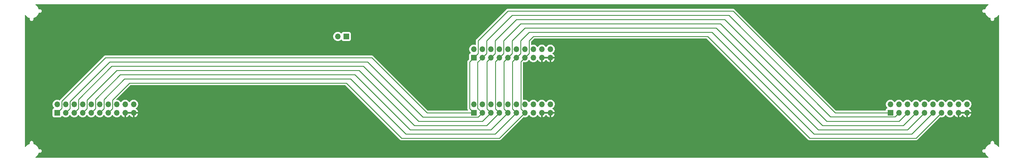
<source format=gbr>
%TF.GenerationSoftware,KiCad,Pcbnew,(6.0.10)*%
%TF.CreationDate,2022-12-26T18:21:32+01:00*%
%TF.ProjectId,AdapterBoard,41646170-7465-4724-926f-6172642e6b69,rev?*%
%TF.SameCoordinates,PX1360f00PY4fefde0*%
%TF.FileFunction,Copper,L2,Bot*%
%TF.FilePolarity,Positive*%
%FSLAX46Y46*%
G04 Gerber Fmt 4.6, Leading zero omitted, Abs format (unit mm)*
G04 Created by KiCad (PCBNEW (6.0.10)) date 2022-12-26 18:21:32*
%MOMM*%
%LPD*%
G01*
G04 APERTURE LIST*
%TA.AperFunction,ComponentPad*%
%ADD10R,1.700000X1.700000*%
%TD*%
%TA.AperFunction,ComponentPad*%
%ADD11O,1.700000X1.700000*%
%TD*%
%TA.AperFunction,Conductor*%
%ADD12C,0.250000*%
%TD*%
G04 APERTURE END LIST*
D10*
%TO.P,X4,1,1*%
%TO.N,/A6*%
X134620000Y-33020000D03*
D11*
%TO.P,X4,2,2*%
%TO.N,unconnected-(X4-Pad2)*%
X134620000Y-30480000D03*
%TO.P,X4,3,3*%
%TO.N,/A5*%
X137160000Y-33020000D03*
%TO.P,X4,4,4*%
%TO.N,/CS1*%
X137160000Y-30480000D03*
%TO.P,X4,5,5*%
%TO.N,/A4*%
X139700000Y-33020000D03*
%TO.P,X4,6,6*%
%TO.N,/D7*%
X139700000Y-30480000D03*
%TO.P,X4,7,7*%
%TO.N,/A3*%
X142240000Y-33020000D03*
%TO.P,X4,8,8*%
%TO.N,/D6*%
X142240000Y-30480000D03*
%TO.P,X4,9,9*%
%TO.N,/A2*%
X144780000Y-33020000D03*
%TO.P,X4,10,10*%
%TO.N,/D5*%
X144780000Y-30480000D03*
%TO.P,X4,11,11*%
%TO.N,/A1*%
X147320000Y-33020000D03*
%TO.P,X4,12,12*%
%TO.N,/D4*%
X147320000Y-30480000D03*
%TO.P,X4,13,13*%
%TO.N,/A0*%
X149860000Y-33020000D03*
%TO.P,X4,14,14*%
%TO.N,/D3*%
X149860000Y-30480000D03*
%TO.P,X4,15,15*%
%TO.N,unconnected-(X4-Pad15)*%
X152400000Y-33020000D03*
%TO.P,X4,16,16*%
%TO.N,/D2*%
X152400000Y-30480000D03*
%TO.P,X4,17,17*%
%TO.N,GND*%
X154940000Y-33020000D03*
%TO.P,X4,18,18*%
%TO.N,/D1*%
X154940000Y-30480000D03*
%TO.P,X4,19,19*%
%TO.N,GND*%
X157480000Y-33020000D03*
%TO.P,X4,20,20*%
%TO.N,/D0*%
X157480000Y-30480000D03*
%TD*%
D10*
%TO.P,X5,1,1*%
%TO.N,/A6*%
X10160000Y-33020000D03*
D11*
%TO.P,X5,2,2*%
%TO.N,unconnected-(X5-Pad2)*%
X10160000Y-30480000D03*
%TO.P,X5,3,3*%
%TO.N,/A5*%
X12700000Y-33020000D03*
%TO.P,X5,4,4*%
%TO.N,/CS2*%
X12700000Y-30480000D03*
%TO.P,X5,5,5*%
%TO.N,/A4*%
X15240000Y-33020000D03*
%TO.P,X5,6,6*%
%TO.N,/D7*%
X15240000Y-30480000D03*
%TO.P,X5,7,7*%
%TO.N,/A3*%
X17780000Y-33020000D03*
%TO.P,X5,8,8*%
%TO.N,/D6*%
X17780000Y-30480000D03*
%TO.P,X5,9,9*%
%TO.N,/A2*%
X20320000Y-33020000D03*
%TO.P,X5,10,10*%
%TO.N,/D5*%
X20320000Y-30480000D03*
%TO.P,X5,11,11*%
%TO.N,/A1*%
X22860000Y-33020000D03*
%TO.P,X5,12,12*%
%TO.N,/D4*%
X22860000Y-30480000D03*
%TO.P,X5,13,13*%
%TO.N,/A0*%
X25400000Y-33020000D03*
%TO.P,X5,14,14*%
%TO.N,/D3*%
X25400000Y-30480000D03*
%TO.P,X5,15,15*%
%TO.N,unconnected-(X5-Pad15)*%
X27940000Y-33020000D03*
%TO.P,X5,16,16*%
%TO.N,/D2*%
X27940000Y-30480000D03*
%TO.P,X5,17,17*%
%TO.N,GND*%
X30480000Y-33020000D03*
%TO.P,X5,18,18*%
%TO.N,/D1*%
X30480000Y-30480000D03*
%TO.P,X5,19,19*%
%TO.N,GND*%
X33020000Y-33020000D03*
%TO.P,X5,20,20*%
%TO.N,/D0*%
X33020000Y-30480000D03*
%TD*%
D10*
%TO.P,X2,1,1*%
%TO.N,/CS1*%
X96520000Y-10160000D03*
D11*
%TO.P,X2,2,2*%
%TO.N,/CS2*%
X93980000Y-10160000D03*
%TD*%
D10*
%TO.P,X1,1,1*%
%TO.N,/A6*%
X134620000Y-16510000D03*
D11*
%TO.P,X1,2,2*%
%TO.N,unconnected-(X1-Pad2)*%
X134620000Y-13970000D03*
%TO.P,X1,3,3*%
%TO.N,/A5*%
X137160000Y-16510000D03*
%TO.P,X1,4,4*%
%TO.N,/CS0*%
X137160000Y-13970000D03*
%TO.P,X1,5,5*%
%TO.N,/A4*%
X139700000Y-16510000D03*
%TO.P,X1,6,6*%
%TO.N,/D7*%
X139700000Y-13970000D03*
%TO.P,X1,7,7*%
%TO.N,/A3*%
X142240000Y-16510000D03*
%TO.P,X1,8,8*%
%TO.N,/D6*%
X142240000Y-13970000D03*
%TO.P,X1,9,9*%
%TO.N,/A2*%
X144780000Y-16510000D03*
%TO.P,X1,10,10*%
%TO.N,/D5*%
X144780000Y-13970000D03*
%TO.P,X1,11,11*%
%TO.N,/A1*%
X147320000Y-16510000D03*
%TO.P,X1,12,12*%
%TO.N,/D4*%
X147320000Y-13970000D03*
%TO.P,X1,13,13*%
%TO.N,/A0*%
X149860000Y-16510000D03*
%TO.P,X1,14,14*%
%TO.N,/D3*%
X149860000Y-13970000D03*
%TO.P,X1,15,15*%
%TO.N,unconnected-(X1-Pad15)*%
X152400000Y-16510000D03*
%TO.P,X1,16,16*%
%TO.N,/D2*%
X152400000Y-13970000D03*
%TO.P,X1,17,17*%
%TO.N,GND*%
X154940000Y-16510000D03*
%TO.P,X1,18,18*%
%TO.N,/D1*%
X154940000Y-13970000D03*
%TO.P,X1,19,19*%
%TO.N,GND*%
X157480000Y-16510000D03*
%TO.P,X1,20,20*%
%TO.N,/D0*%
X157480000Y-13970000D03*
%TD*%
D10*
%TO.P,X3,1,1*%
%TO.N,/A6*%
X259080000Y-33020000D03*
D11*
%TO.P,X3,2,2*%
%TO.N,unconnected-(X3-Pad2)*%
X259080000Y-30480000D03*
%TO.P,X3,3,3*%
%TO.N,/A5*%
X261620000Y-33020000D03*
%TO.P,X3,4,4*%
%TO.N,/CS0*%
X261620000Y-30480000D03*
%TO.P,X3,5,5*%
%TO.N,/A4*%
X264160000Y-33020000D03*
%TO.P,X3,6,6*%
%TO.N,/D7*%
X264160000Y-30480000D03*
%TO.P,X3,7,7*%
%TO.N,/A3*%
X266700000Y-33020000D03*
%TO.P,X3,8,8*%
%TO.N,/D6*%
X266700000Y-30480000D03*
%TO.P,X3,9,9*%
%TO.N,/A2*%
X269240000Y-33020000D03*
%TO.P,X3,10,10*%
%TO.N,/D5*%
X269240000Y-30480000D03*
%TO.P,X3,11,11*%
%TO.N,/A1*%
X271780000Y-33020000D03*
%TO.P,X3,12,12*%
%TO.N,/D4*%
X271780000Y-30480000D03*
%TO.P,X3,13,13*%
%TO.N,/A0*%
X274320000Y-33020000D03*
%TO.P,X3,14,14*%
%TO.N,/D3*%
X274320000Y-30480000D03*
%TO.P,X3,15,15*%
%TO.N,unconnected-(X3-Pad15)*%
X276860000Y-33020000D03*
%TO.P,X3,16,16*%
%TO.N,/D2*%
X276860000Y-30480000D03*
%TO.P,X3,17,17*%
%TO.N,GND*%
X279400000Y-33020000D03*
%TO.P,X3,18,18*%
%TO.N,/D1*%
X279400000Y-30480000D03*
%TO.P,X3,19,19*%
%TO.N,GND*%
X281940000Y-33020000D03*
%TO.P,X3,20,20*%
%TO.N,/D0*%
X281940000Y-30480000D03*
%TD*%
D12*
%TO.N,/A6*%
X133350000Y-31750000D02*
X134620000Y-33020000D01*
X134620000Y-33020000D02*
X120650000Y-33020000D01*
X135890000Y-15240000D02*
X135890000Y-11430000D01*
X212090000Y-2540000D02*
X242570000Y-33020000D01*
X134620000Y-16510000D02*
X133350000Y-17780000D01*
X120650000Y-33020000D02*
X104140000Y-16510000D01*
X24569150Y-16510000D02*
X11525000Y-29554150D01*
X144780000Y-2540000D02*
X212090000Y-2540000D01*
X11525000Y-31655000D02*
X10160000Y-33020000D01*
X242570000Y-33020000D02*
X259080000Y-33020000D01*
X133350000Y-17780000D02*
X133350000Y-31750000D01*
X134620000Y-16510000D02*
X135890000Y-15240000D01*
X11525000Y-29554150D02*
X11525000Y-31655000D01*
X135890000Y-11430000D02*
X144780000Y-2540000D01*
X104140000Y-16510000D02*
X24569150Y-16510000D01*
%TO.N,/A5*%
X241205000Y-34195000D02*
X260445000Y-34195000D01*
X137160000Y-16510000D02*
X138430000Y-15240000D01*
X135795000Y-17875000D02*
X135795000Y-31655000D01*
X137160000Y-33020000D02*
X135890000Y-34290000D01*
X260445000Y-34195000D02*
X261620000Y-33020000D01*
X137160000Y-16510000D02*
X135795000Y-17875000D01*
X25839149Y-17780000D02*
X13970000Y-29649149D01*
X138430000Y-11430000D02*
X146050000Y-3810000D01*
X138430000Y-15240000D02*
X138430000Y-11430000D01*
X13970000Y-31750000D02*
X12700000Y-33020000D01*
X119380000Y-34290000D02*
X102870000Y-17780000D01*
X210820000Y-3810000D02*
X241205000Y-34195000D01*
X146050000Y-3810000D02*
X210820000Y-3810000D01*
X135890000Y-34290000D02*
X119380000Y-34290000D01*
X102870000Y-17780000D02*
X25839149Y-17780000D01*
X135795000Y-31655000D02*
X137160000Y-33020000D01*
X13970000Y-29649149D02*
X13970000Y-31750000D01*
%TO.N,/A4*%
X138525000Y-17685000D02*
X138525000Y-31845000D01*
X139700000Y-16510000D02*
X138525000Y-17685000D01*
X16510000Y-29014149D02*
X16510000Y-31750000D01*
X139700000Y-16510000D02*
X140970000Y-15240000D01*
X138525000Y-31845000D02*
X139700000Y-33020000D01*
X118110000Y-35560000D02*
X101600000Y-19050000D01*
X209550000Y-5080000D02*
X240030000Y-35560000D01*
X16510000Y-31750000D02*
X15240000Y-33020000D01*
X140970000Y-15240000D02*
X140970000Y-11430000D01*
X139700000Y-33020000D02*
X137160000Y-35560000D01*
X26474149Y-19050000D02*
X16510000Y-29014149D01*
X137160000Y-35560000D02*
X118110000Y-35560000D01*
X147320000Y-5080000D02*
X209550000Y-5080000D01*
X240030000Y-35560000D02*
X261620000Y-35560000D01*
X261620000Y-35560000D02*
X264160000Y-33020000D01*
X140970000Y-11430000D02*
X147320000Y-5080000D01*
X101600000Y-19050000D02*
X26474149Y-19050000D01*
%TO.N,/A3*%
X100330000Y-20320000D02*
X27940000Y-20320000D01*
X19050000Y-31750000D02*
X17780000Y-33020000D01*
X138430000Y-36830000D02*
X116840000Y-36830000D01*
X27940000Y-20320000D02*
X19050000Y-29210000D01*
X208280000Y-6350000D02*
X148590000Y-6350000D01*
X238760000Y-36830000D02*
X208280000Y-6350000D01*
X142240000Y-16510000D02*
X141065000Y-17685000D01*
X116840000Y-36830000D02*
X100330000Y-20320000D01*
X266700000Y-33020000D02*
X262890000Y-36830000D01*
X141065000Y-31845000D02*
X142240000Y-33020000D01*
X141065000Y-17685000D02*
X141065000Y-31845000D01*
X143510000Y-15240000D02*
X142240000Y-16510000D01*
X262890000Y-36830000D02*
X238760000Y-36830000D01*
X143510000Y-11430000D02*
X143510000Y-15240000D01*
X142240000Y-33020000D02*
X138430000Y-36830000D01*
X148590000Y-6350000D02*
X143510000Y-11430000D01*
X19050000Y-29210000D02*
X19050000Y-31750000D01*
%TO.N,/A2*%
X149860000Y-7620000D02*
X146050000Y-11430000D01*
X143605000Y-31845000D02*
X144780000Y-33020000D01*
X99060000Y-21590000D02*
X29014149Y-21590000D01*
X269240000Y-33020000D02*
X264160000Y-38100000D01*
X144780000Y-33020000D02*
X139700000Y-38100000D01*
X237490000Y-38100000D02*
X207010000Y-7620000D01*
X139700000Y-38100000D02*
X115570000Y-38100000D01*
X207010000Y-7620000D02*
X149860000Y-7620000D01*
X146050000Y-15240000D02*
X144780000Y-16510000D01*
X144780000Y-16510000D02*
X143605000Y-17685000D01*
X143605000Y-17685000D02*
X143605000Y-31845000D01*
X115570000Y-38100000D02*
X99060000Y-21590000D01*
X29014149Y-21590000D02*
X21590000Y-29014149D01*
X21590000Y-29014149D02*
X21590000Y-31750000D01*
X21590000Y-31750000D02*
X20320000Y-33020000D01*
X146050000Y-11430000D02*
X146050000Y-15240000D01*
X264160000Y-38100000D02*
X237490000Y-38100000D01*
%TO.N,/A1*%
X97790000Y-22860000D02*
X30284149Y-22860000D01*
X30284149Y-22860000D02*
X24130000Y-29014149D01*
X151130000Y-8890000D02*
X148590000Y-11430000D01*
X146145000Y-17685000D02*
X146145000Y-31845000D01*
X205740000Y-8890000D02*
X151130000Y-8890000D01*
X265430000Y-39370000D02*
X236220000Y-39370000D01*
X140970000Y-39370000D02*
X114300000Y-39370000D01*
X147320000Y-33020000D02*
X140970000Y-39370000D01*
X146145000Y-31845000D02*
X147320000Y-33020000D01*
X148590000Y-15240000D02*
X147320000Y-16510000D01*
X148590000Y-11430000D02*
X148590000Y-15240000D01*
X24130000Y-31750000D02*
X22860000Y-33020000D01*
X271780000Y-33020000D02*
X265430000Y-39370000D01*
X114300000Y-39370000D02*
X97790000Y-22860000D01*
X236220000Y-39370000D02*
X205740000Y-8890000D01*
X147320000Y-16510000D02*
X146145000Y-17685000D01*
X24130000Y-29014149D02*
X24130000Y-31750000D01*
%TO.N,/A0*%
X152400000Y-10160000D02*
X151130000Y-11430000D01*
X149860000Y-16510000D02*
X148685000Y-17685000D01*
X142240000Y-40640000D02*
X113030000Y-40640000D01*
X148685000Y-31845000D02*
X149860000Y-33020000D01*
X204470000Y-10160000D02*
X152400000Y-10160000D01*
X113030000Y-40640000D02*
X96520000Y-24130000D01*
X31750000Y-24130000D02*
X26670000Y-29210000D01*
X96520000Y-24130000D02*
X31750000Y-24130000D01*
X151130000Y-11430000D02*
X151130000Y-15240000D01*
X26670000Y-29210000D02*
X26670000Y-31750000D01*
X26670000Y-31750000D02*
X25400000Y-33020000D01*
X151130000Y-15240000D02*
X149860000Y-16510000D01*
X148685000Y-17685000D02*
X148685000Y-31845000D01*
X149860000Y-33020000D02*
X142240000Y-40640000D01*
X274320000Y-33020000D02*
X266700000Y-40640000D01*
X266700000Y-40640000D02*
X234950000Y-40640000D01*
X234950000Y-40640000D02*
X204470000Y-10160000D01*
%TD*%
%TA.AperFunction,Conductor*%
%TO.N,GND*%
G36*
X288330937Y-528502D02*
G01*
X288377430Y-582158D01*
X288387534Y-652432D01*
X288358040Y-717012D01*
X288327523Y-742615D01*
X288315702Y-749690D01*
X288312359Y-752368D01*
X288312355Y-752371D01*
X288199262Y-842976D01*
X288084242Y-935125D01*
X288081298Y-938227D01*
X288081294Y-938231D01*
X287991169Y-1033204D01*
X287880089Y-1150257D01*
X287707022Y-1391105D01*
X287705013Y-1394900D01*
X287705012Y-1394901D01*
X287696715Y-1410572D01*
X287568243Y-1653213D01*
X287466321Y-1931730D01*
X287465408Y-1935919D01*
X287464210Y-1940041D01*
X287462276Y-1939479D01*
X287432164Y-1994607D01*
X287369847Y-2028624D01*
X287343080Y-2031500D01*
X287023487Y-2031500D01*
X286981161Y-2037562D01*
X286924706Y-2045646D01*
X286924703Y-2045647D01*
X286915813Y-2046920D01*
X286907637Y-2050637D01*
X286907635Y-2050638D01*
X286791390Y-2103492D01*
X286791388Y-2103493D01*
X286783218Y-2107208D01*
X286672873Y-2202287D01*
X286593648Y-2324515D01*
X286551914Y-2464066D01*
X286551024Y-2609721D01*
X286591051Y-2749771D01*
X286668776Y-2872958D01*
X286777951Y-2969378D01*
X286786074Y-2973192D01*
X286786076Y-2973193D01*
X286793137Y-2976508D01*
X286909800Y-3031281D01*
X286918665Y-3032661D01*
X286918667Y-3032662D01*
X286987746Y-3043418D01*
X287020386Y-3048500D01*
X287344899Y-3048500D01*
X287413020Y-3068502D01*
X287459513Y-3122158D01*
X287464103Y-3133678D01*
X287507078Y-3259198D01*
X287543765Y-3366350D01*
X287550109Y-3384880D01*
X287683368Y-3649837D01*
X287851353Y-3894257D01*
X288050956Y-4113617D01*
X288054245Y-4116367D01*
X288275190Y-4301106D01*
X288275195Y-4301110D01*
X288278482Y-4303858D01*
X288404102Y-4382659D01*
X288526082Y-4459178D01*
X288526086Y-4459180D01*
X288529722Y-4461461D01*
X288533632Y-4463226D01*
X288533633Y-4463227D01*
X288796114Y-4581742D01*
X288796118Y-4581744D01*
X288800026Y-4583508D01*
X288940153Y-4625016D01*
X288961286Y-4631276D01*
X289020921Y-4669802D01*
X289050260Y-4734453D01*
X289051500Y-4752087D01*
X289051500Y-5076513D01*
X289066920Y-5184187D01*
X289127208Y-5316782D01*
X289222287Y-5427127D01*
X289344515Y-5506352D01*
X289484066Y-5548086D01*
X289493042Y-5548141D01*
X289493043Y-5548141D01*
X289554356Y-5548515D01*
X289629721Y-5548976D01*
X289769771Y-5508949D01*
X289892958Y-5431224D01*
X289989378Y-5322049D01*
X290051281Y-5190200D01*
X290068500Y-5079614D01*
X290068500Y-4752615D01*
X290088502Y-4684494D01*
X290142158Y-4638001D01*
X290162526Y-4630739D01*
X290224318Y-4614528D01*
X290255411Y-4606371D01*
X290259371Y-4604731D01*
X290259376Y-4604729D01*
X290441723Y-4529198D01*
X290529415Y-4492875D01*
X290540659Y-4486305D01*
X290781784Y-4345403D01*
X290781785Y-4345402D01*
X290785482Y-4343242D01*
X290832799Y-4306141D01*
X291015499Y-4162885D01*
X291018871Y-4160241D01*
X291225266Y-3947258D01*
X291227799Y-3943810D01*
X291227803Y-3943805D01*
X291363953Y-3758458D01*
X291420401Y-3715399D01*
X291491168Y-3709694D01*
X291553786Y-3743154D01*
X291588373Y-3805156D01*
X291591500Y-3833052D01*
X291591500Y-43159201D01*
X291571498Y-43227322D01*
X291517842Y-43273815D01*
X291447568Y-43283919D01*
X291382988Y-43254425D01*
X291362413Y-43231652D01*
X291359370Y-43227322D01*
X291254372Y-43077925D01*
X291052483Y-42860667D01*
X291049168Y-42857953D01*
X291049164Y-42857950D01*
X290826295Y-42675534D01*
X290822977Y-42672818D01*
X290570101Y-42517856D01*
X290542405Y-42505698D01*
X290302465Y-42400372D01*
X290298533Y-42398646D01*
X290267802Y-42389892D01*
X290159981Y-42359178D01*
X290099946Y-42321279D01*
X290069932Y-42256939D01*
X290068500Y-42237999D01*
X290068500Y-41913487D01*
X290053080Y-41805813D01*
X289992792Y-41673218D01*
X289897713Y-41562873D01*
X289775485Y-41483648D01*
X289635934Y-41441914D01*
X289626958Y-41441859D01*
X289626957Y-41441859D01*
X289565644Y-41441485D01*
X289490279Y-41441024D01*
X289350229Y-41481051D01*
X289227042Y-41558776D01*
X289130622Y-41667951D01*
X289068719Y-41799800D01*
X289051500Y-41910386D01*
X289051500Y-42237822D01*
X289031498Y-42305943D01*
X288977842Y-42352436D01*
X288958748Y-42359356D01*
X288842989Y-42391024D01*
X288839041Y-42392708D01*
X288574140Y-42505698D01*
X288574136Y-42505700D01*
X288570188Y-42507384D01*
X288441720Y-42584270D01*
X288319384Y-42657486D01*
X288319380Y-42657489D01*
X288315702Y-42659690D01*
X288312359Y-42662368D01*
X288312355Y-42662371D01*
X288199262Y-42752976D01*
X288084242Y-42845125D01*
X288081298Y-42848227D01*
X288081294Y-42848231D01*
X287991169Y-42943204D01*
X287880089Y-43060257D01*
X287707022Y-43301105D01*
X287705013Y-43304900D01*
X287705012Y-43304901D01*
X287696715Y-43320572D01*
X287568243Y-43563213D01*
X287466321Y-43841730D01*
X287465408Y-43845919D01*
X287464210Y-43850041D01*
X287462276Y-43849479D01*
X287432164Y-43904607D01*
X287369847Y-43938624D01*
X287343080Y-43941500D01*
X287023487Y-43941500D01*
X286981161Y-43947562D01*
X286924706Y-43955646D01*
X286924703Y-43955647D01*
X286915813Y-43956920D01*
X286907637Y-43960637D01*
X286907635Y-43960638D01*
X286791390Y-44013492D01*
X286791388Y-44013493D01*
X286783218Y-44017208D01*
X286672873Y-44112287D01*
X286593648Y-44234515D01*
X286551914Y-44374066D01*
X286551024Y-44519721D01*
X286591051Y-44659771D01*
X286668776Y-44782958D01*
X286777951Y-44879378D01*
X286786074Y-44883192D01*
X286786076Y-44883193D01*
X286793137Y-44886508D01*
X286909800Y-44941281D01*
X286918665Y-44942661D01*
X286918667Y-44942662D01*
X286987746Y-44953418D01*
X287020386Y-44958500D01*
X287344899Y-44958500D01*
X287413020Y-44978502D01*
X287459513Y-45032158D01*
X287464103Y-45043678D01*
X287513571Y-45188162D01*
X287543765Y-45276350D01*
X287550109Y-45294880D01*
X287683368Y-45559837D01*
X287851353Y-45804257D01*
X288050956Y-46023617D01*
X288054245Y-46026367D01*
X288275190Y-46211106D01*
X288275195Y-46211110D01*
X288278482Y-46213858D01*
X288334127Y-46248764D01*
X288381203Y-46301906D01*
X288392075Y-46372066D01*
X288363291Y-46436965D01*
X288303988Y-46476000D01*
X288267169Y-46481500D01*
X3838661Y-46481500D01*
X3770540Y-46461498D01*
X3724047Y-46407842D01*
X3713943Y-46337568D01*
X3743437Y-46272988D01*
X3765548Y-46253326D01*
X3765482Y-46253242D01*
X3766845Y-46252174D01*
X3766852Y-46252168D01*
X3998871Y-46070241D01*
X4205266Y-45857258D01*
X4207799Y-45853810D01*
X4207803Y-45853805D01*
X4362876Y-45642697D01*
X4380845Y-45618236D01*
X4452223Y-45486775D01*
X4520311Y-45361372D01*
X4520312Y-45361370D01*
X4522361Y-45357596D01*
X4598077Y-45157220D01*
X4625677Y-45084179D01*
X4625678Y-45084175D01*
X4627195Y-45080161D01*
X4632644Y-45056369D01*
X4667351Y-44994433D01*
X4730032Y-44961093D01*
X4755464Y-44958500D01*
X5076513Y-44958500D01*
X5118839Y-44952438D01*
X5175294Y-44944354D01*
X5175297Y-44944353D01*
X5184187Y-44943080D01*
X5192363Y-44939363D01*
X5192365Y-44939362D01*
X5308610Y-44886508D01*
X5308612Y-44886507D01*
X5316782Y-44882792D01*
X5427127Y-44787713D01*
X5506352Y-44665485D01*
X5548086Y-44525934D01*
X5548976Y-44380279D01*
X5508949Y-44240229D01*
X5431224Y-44117042D01*
X5322049Y-44020622D01*
X5313926Y-44016808D01*
X5313924Y-44016807D01*
X5250013Y-43986801D01*
X5190200Y-43958719D01*
X5181335Y-43957339D01*
X5181333Y-43957338D01*
X5112254Y-43946582D01*
X5079614Y-43941500D01*
X4756537Y-43941500D01*
X4688416Y-43921498D01*
X4641923Y-43867842D01*
X4637764Y-43857560D01*
X4595247Y-43737495D01*
X4540934Y-43584119D01*
X4404907Y-43320572D01*
X4393894Y-43304901D01*
X4236835Y-43081430D01*
X4234372Y-43077925D01*
X4032483Y-42860667D01*
X4029168Y-42857953D01*
X4029164Y-42857950D01*
X3806295Y-42675534D01*
X3802977Y-42672818D01*
X3550101Y-42517856D01*
X3522405Y-42505698D01*
X3282465Y-42400372D01*
X3278533Y-42398646D01*
X3247802Y-42389892D01*
X3139981Y-42359178D01*
X3079946Y-42321279D01*
X3049932Y-42256939D01*
X3048500Y-42237999D01*
X3048500Y-41913487D01*
X3033080Y-41805813D01*
X2972792Y-41673218D01*
X2877713Y-41562873D01*
X2755485Y-41483648D01*
X2615934Y-41441914D01*
X2606958Y-41441859D01*
X2606957Y-41441859D01*
X2545644Y-41441485D01*
X2470279Y-41441024D01*
X2330229Y-41481051D01*
X2207042Y-41558776D01*
X2110622Y-41667951D01*
X2048719Y-41799800D01*
X2031500Y-41910386D01*
X2031500Y-42237822D01*
X2011498Y-42305943D01*
X1957842Y-42352436D01*
X1938748Y-42359356D01*
X1822989Y-42391024D01*
X1819041Y-42392708D01*
X1554140Y-42505698D01*
X1554136Y-42505700D01*
X1550188Y-42507384D01*
X1421720Y-42584270D01*
X1299384Y-42657486D01*
X1299380Y-42657489D01*
X1295702Y-42659690D01*
X1292359Y-42662368D01*
X1292355Y-42662371D01*
X1179262Y-42752976D01*
X1064242Y-42845125D01*
X1061298Y-42848227D01*
X1061294Y-42848231D01*
X971169Y-42943204D01*
X860089Y-43060257D01*
X768687Y-43187456D01*
X736822Y-43231801D01*
X680828Y-43275449D01*
X610124Y-43281895D01*
X547160Y-43249092D01*
X511926Y-43187456D01*
X508500Y-43158275D01*
X508500Y-30446695D01*
X8797251Y-30446695D01*
X8797548Y-30451848D01*
X8797548Y-30451851D01*
X8803011Y-30546590D01*
X8810110Y-30669715D01*
X8811247Y-30674761D01*
X8811248Y-30674767D01*
X8831119Y-30762939D01*
X8859222Y-30887639D01*
X8943266Y-31094616D01*
X8994019Y-31177438D01*
X9057291Y-31280688D01*
X9059987Y-31285088D01*
X9206250Y-31453938D01*
X9210230Y-31457242D01*
X9214981Y-31461187D01*
X9254616Y-31520090D01*
X9256113Y-31591071D01*
X9218997Y-31651593D01*
X9178725Y-31676112D01*
X9137913Y-31691412D01*
X9063295Y-31719385D01*
X8946739Y-31806739D01*
X8859385Y-31923295D01*
X8808255Y-32059684D01*
X8801500Y-32121866D01*
X8801500Y-33918134D01*
X8808255Y-33980316D01*
X8859385Y-34116705D01*
X8946739Y-34233261D01*
X9063295Y-34320615D01*
X9199684Y-34371745D01*
X9261866Y-34378500D01*
X11058134Y-34378500D01*
X11120316Y-34371745D01*
X11256705Y-34320615D01*
X11373261Y-34233261D01*
X11460615Y-34116705D01*
X11482799Y-34057529D01*
X11504598Y-33999382D01*
X11547240Y-33942618D01*
X11613802Y-33917918D01*
X11683150Y-33933126D01*
X11717817Y-33961114D01*
X11746250Y-33993938D01*
X11918126Y-34136632D01*
X12111000Y-34249338D01*
X12319692Y-34329030D01*
X12324760Y-34330061D01*
X12324763Y-34330062D01*
X12419862Y-34349410D01*
X12538597Y-34373567D01*
X12543772Y-34373757D01*
X12543774Y-34373757D01*
X12756673Y-34381564D01*
X12756677Y-34381564D01*
X12761837Y-34381753D01*
X12766957Y-34381097D01*
X12766959Y-34381097D01*
X12978288Y-34354025D01*
X12978289Y-34354025D01*
X12983416Y-34353368D01*
X12988366Y-34351883D01*
X13192429Y-34290661D01*
X13192434Y-34290659D01*
X13197384Y-34289174D01*
X13397994Y-34190896D01*
X13579860Y-34061173D01*
X13738096Y-33903489D01*
X13868453Y-33722077D01*
X13869776Y-33723028D01*
X13916645Y-33679857D01*
X13986580Y-33667625D01*
X14052026Y-33695144D01*
X14079875Y-33726994D01*
X14139987Y-33825088D01*
X14286250Y-33993938D01*
X14458126Y-34136632D01*
X14651000Y-34249338D01*
X14859692Y-34329030D01*
X14864760Y-34330061D01*
X14864763Y-34330062D01*
X14959862Y-34349410D01*
X15078597Y-34373567D01*
X15083772Y-34373757D01*
X15083774Y-34373757D01*
X15296673Y-34381564D01*
X15296677Y-34381564D01*
X15301837Y-34381753D01*
X15306957Y-34381097D01*
X15306959Y-34381097D01*
X15518288Y-34354025D01*
X15518289Y-34354025D01*
X15523416Y-34353368D01*
X15528366Y-34351883D01*
X15732429Y-34290661D01*
X15732434Y-34290659D01*
X15737384Y-34289174D01*
X15937994Y-34190896D01*
X16119860Y-34061173D01*
X16278096Y-33903489D01*
X16408453Y-33722077D01*
X16409776Y-33723028D01*
X16456645Y-33679857D01*
X16526580Y-33667625D01*
X16592026Y-33695144D01*
X16619875Y-33726994D01*
X16679987Y-33825088D01*
X16826250Y-33993938D01*
X16998126Y-34136632D01*
X17191000Y-34249338D01*
X17399692Y-34329030D01*
X17404760Y-34330061D01*
X17404763Y-34330062D01*
X17499862Y-34349410D01*
X17618597Y-34373567D01*
X17623772Y-34373757D01*
X17623774Y-34373757D01*
X17836673Y-34381564D01*
X17836677Y-34381564D01*
X17841837Y-34381753D01*
X17846957Y-34381097D01*
X17846959Y-34381097D01*
X18058288Y-34354025D01*
X18058289Y-34354025D01*
X18063416Y-34353368D01*
X18068366Y-34351883D01*
X18272429Y-34290661D01*
X18272434Y-34290659D01*
X18277384Y-34289174D01*
X18477994Y-34190896D01*
X18659860Y-34061173D01*
X18818096Y-33903489D01*
X18948453Y-33722077D01*
X18949776Y-33723028D01*
X18996645Y-33679857D01*
X19066580Y-33667625D01*
X19132026Y-33695144D01*
X19159875Y-33726994D01*
X19219987Y-33825088D01*
X19366250Y-33993938D01*
X19538126Y-34136632D01*
X19731000Y-34249338D01*
X19939692Y-34329030D01*
X19944760Y-34330061D01*
X19944763Y-34330062D01*
X20039862Y-34349410D01*
X20158597Y-34373567D01*
X20163772Y-34373757D01*
X20163774Y-34373757D01*
X20376673Y-34381564D01*
X20376677Y-34381564D01*
X20381837Y-34381753D01*
X20386957Y-34381097D01*
X20386959Y-34381097D01*
X20598288Y-34354025D01*
X20598289Y-34354025D01*
X20603416Y-34353368D01*
X20608366Y-34351883D01*
X20812429Y-34290661D01*
X20812434Y-34290659D01*
X20817384Y-34289174D01*
X21017994Y-34190896D01*
X21199860Y-34061173D01*
X21358096Y-33903489D01*
X21488453Y-33722077D01*
X21489776Y-33723028D01*
X21536645Y-33679857D01*
X21606580Y-33667625D01*
X21672026Y-33695144D01*
X21699875Y-33726994D01*
X21759987Y-33825088D01*
X21906250Y-33993938D01*
X22078126Y-34136632D01*
X22271000Y-34249338D01*
X22479692Y-34329030D01*
X22484760Y-34330061D01*
X22484763Y-34330062D01*
X22579862Y-34349410D01*
X22698597Y-34373567D01*
X22703772Y-34373757D01*
X22703774Y-34373757D01*
X22916673Y-34381564D01*
X22916677Y-34381564D01*
X22921837Y-34381753D01*
X22926957Y-34381097D01*
X22926959Y-34381097D01*
X23138288Y-34354025D01*
X23138289Y-34354025D01*
X23143416Y-34353368D01*
X23148366Y-34351883D01*
X23352429Y-34290661D01*
X23352434Y-34290659D01*
X23357384Y-34289174D01*
X23557994Y-34190896D01*
X23739860Y-34061173D01*
X23898096Y-33903489D01*
X24028453Y-33722077D01*
X24029776Y-33723028D01*
X24076645Y-33679857D01*
X24146580Y-33667625D01*
X24212026Y-33695144D01*
X24239875Y-33726994D01*
X24299987Y-33825088D01*
X24446250Y-33993938D01*
X24618126Y-34136632D01*
X24811000Y-34249338D01*
X25019692Y-34329030D01*
X25024760Y-34330061D01*
X25024763Y-34330062D01*
X25119862Y-34349410D01*
X25238597Y-34373567D01*
X25243772Y-34373757D01*
X25243774Y-34373757D01*
X25456673Y-34381564D01*
X25456677Y-34381564D01*
X25461837Y-34381753D01*
X25466957Y-34381097D01*
X25466959Y-34381097D01*
X25678288Y-34354025D01*
X25678289Y-34354025D01*
X25683416Y-34353368D01*
X25688366Y-34351883D01*
X25892429Y-34290661D01*
X25892434Y-34290659D01*
X25897384Y-34289174D01*
X26097994Y-34190896D01*
X26279860Y-34061173D01*
X26438096Y-33903489D01*
X26568453Y-33722077D01*
X26569776Y-33723028D01*
X26616645Y-33679857D01*
X26686580Y-33667625D01*
X26752026Y-33695144D01*
X26779875Y-33726994D01*
X26839987Y-33825088D01*
X26986250Y-33993938D01*
X27158126Y-34136632D01*
X27351000Y-34249338D01*
X27559692Y-34329030D01*
X27564760Y-34330061D01*
X27564763Y-34330062D01*
X27659862Y-34349410D01*
X27778597Y-34373567D01*
X27783772Y-34373757D01*
X27783774Y-34373757D01*
X27996673Y-34381564D01*
X27996677Y-34381564D01*
X28001837Y-34381753D01*
X28006957Y-34381097D01*
X28006959Y-34381097D01*
X28218288Y-34354025D01*
X28218289Y-34354025D01*
X28223416Y-34353368D01*
X28228366Y-34351883D01*
X28432429Y-34290661D01*
X28432434Y-34290659D01*
X28437384Y-34289174D01*
X28637994Y-34190896D01*
X28819860Y-34061173D01*
X28978096Y-33903489D01*
X29108453Y-33722077D01*
X29109640Y-33722930D01*
X29156960Y-33679362D01*
X29226897Y-33667145D01*
X29292338Y-33694678D01*
X29320166Y-33726511D01*
X29377694Y-33820388D01*
X29383777Y-33828699D01*
X29523213Y-33989667D01*
X29530580Y-33996883D01*
X29694434Y-34132916D01*
X29702881Y-34138831D01*
X29886756Y-34246279D01*
X29896042Y-34250729D01*
X30095001Y-34326703D01*
X30104899Y-34329579D01*
X30208250Y-34350606D01*
X30222299Y-34349410D01*
X30226000Y-34339065D01*
X30226000Y-34338517D01*
X30734000Y-34338517D01*
X30738064Y-34352359D01*
X30751478Y-34354393D01*
X30758184Y-34353534D01*
X30768262Y-34351392D01*
X30972255Y-34290191D01*
X30981842Y-34286433D01*
X31173095Y-34192739D01*
X31181945Y-34187464D01*
X31355328Y-34063792D01*
X31363200Y-34057139D01*
X31514052Y-33906812D01*
X31520730Y-33898965D01*
X31648022Y-33721819D01*
X31649147Y-33722627D01*
X31696669Y-33678876D01*
X31766607Y-33666661D01*
X31832046Y-33694197D01*
X31859870Y-33726028D01*
X31917690Y-33820383D01*
X31923777Y-33828699D01*
X32063213Y-33989667D01*
X32070580Y-33996883D01*
X32234434Y-34132916D01*
X32242881Y-34138831D01*
X32426756Y-34246279D01*
X32436042Y-34250729D01*
X32635001Y-34326703D01*
X32644899Y-34329579D01*
X32748250Y-34350606D01*
X32762299Y-34349410D01*
X32766000Y-34339065D01*
X32766000Y-34338517D01*
X33274000Y-34338517D01*
X33278064Y-34352359D01*
X33291478Y-34354393D01*
X33298184Y-34353534D01*
X33308262Y-34351392D01*
X33512255Y-34290191D01*
X33521842Y-34286433D01*
X33713095Y-34192739D01*
X33721945Y-34187464D01*
X33895328Y-34063792D01*
X33903200Y-34057139D01*
X34054052Y-33906812D01*
X34060730Y-33898965D01*
X34185003Y-33726020D01*
X34190313Y-33717183D01*
X34284670Y-33526267D01*
X34288469Y-33516672D01*
X34350377Y-33312910D01*
X34352555Y-33302837D01*
X34353986Y-33291962D01*
X34351775Y-33277778D01*
X34338617Y-33274000D01*
X33292115Y-33274000D01*
X33276876Y-33278475D01*
X33275671Y-33279865D01*
X33274000Y-33287548D01*
X33274000Y-34338517D01*
X32766000Y-34338517D01*
X32766000Y-33292115D01*
X32761525Y-33276876D01*
X32760135Y-33275671D01*
X32752452Y-33274000D01*
X30752115Y-33274000D01*
X30736876Y-33278475D01*
X30735671Y-33279865D01*
X30734000Y-33287548D01*
X30734000Y-34338517D01*
X30226000Y-34338517D01*
X30226000Y-32892000D01*
X30246002Y-32823879D01*
X30299658Y-32777386D01*
X30352000Y-32766000D01*
X34338344Y-32766000D01*
X34351875Y-32762027D01*
X34353180Y-32752947D01*
X34311214Y-32585875D01*
X34307894Y-32576124D01*
X34222972Y-32380814D01*
X34218105Y-32371739D01*
X34102426Y-32192926D01*
X34096136Y-32184757D01*
X33952806Y-32027240D01*
X33945273Y-32020215D01*
X33778139Y-31888222D01*
X33769556Y-31882520D01*
X33732602Y-31862120D01*
X33682631Y-31811687D01*
X33667859Y-31742245D01*
X33692975Y-31675839D01*
X33720327Y-31649232D01*
X33751499Y-31626997D01*
X33899860Y-31521173D01*
X34058096Y-31363489D01*
X34117594Y-31280689D01*
X34185435Y-31186277D01*
X34188453Y-31182077D01*
X34209320Y-31139857D01*
X34285136Y-30986453D01*
X34285137Y-30986451D01*
X34287430Y-30981811D01*
X34352370Y-30768069D01*
X34381529Y-30546590D01*
X34383156Y-30480000D01*
X34364852Y-30257361D01*
X34310431Y-30040702D01*
X34221354Y-29835840D01*
X34100014Y-29648277D01*
X33949670Y-29483051D01*
X33945619Y-29479852D01*
X33945615Y-29479848D01*
X33778414Y-29347800D01*
X33778410Y-29347798D01*
X33774359Y-29344598D01*
X33748533Y-29330341D01*
X33665826Y-29284685D01*
X33578789Y-29236638D01*
X33573920Y-29234914D01*
X33573916Y-29234912D01*
X33373087Y-29163795D01*
X33373083Y-29163794D01*
X33368212Y-29162069D01*
X33363119Y-29161162D01*
X33363116Y-29161161D01*
X33153373Y-29123800D01*
X33153367Y-29123799D01*
X33148284Y-29122894D01*
X33074452Y-29121992D01*
X32930081Y-29120228D01*
X32930079Y-29120228D01*
X32924911Y-29120165D01*
X32704091Y-29153955D01*
X32491756Y-29223357D01*
X32465988Y-29236771D01*
X32348509Y-29297927D01*
X32293607Y-29326507D01*
X32289474Y-29329610D01*
X32289471Y-29329612D01*
X32265247Y-29347800D01*
X32114965Y-29460635D01*
X31960629Y-29622138D01*
X31853201Y-29779621D01*
X31798293Y-29824621D01*
X31727768Y-29832792D01*
X31664021Y-29801538D01*
X31643324Y-29777054D01*
X31562822Y-29652617D01*
X31562820Y-29652614D01*
X31560014Y-29648277D01*
X31409670Y-29483051D01*
X31405619Y-29479852D01*
X31405615Y-29479848D01*
X31238414Y-29347800D01*
X31238410Y-29347798D01*
X31234359Y-29344598D01*
X31208533Y-29330341D01*
X31125826Y-29284685D01*
X31038789Y-29236638D01*
X31033920Y-29234914D01*
X31033916Y-29234912D01*
X30833087Y-29163795D01*
X30833083Y-29163794D01*
X30828212Y-29162069D01*
X30823119Y-29161162D01*
X30823116Y-29161161D01*
X30613373Y-29123800D01*
X30613367Y-29123799D01*
X30608284Y-29122894D01*
X30534452Y-29121992D01*
X30390081Y-29120228D01*
X30390079Y-29120228D01*
X30384911Y-29120165D01*
X30164091Y-29153955D01*
X29951756Y-29223357D01*
X29925988Y-29236771D01*
X29808509Y-29297927D01*
X29753607Y-29326507D01*
X29749474Y-29329610D01*
X29749471Y-29329612D01*
X29725247Y-29347800D01*
X29574965Y-29460635D01*
X29420629Y-29622138D01*
X29313201Y-29779621D01*
X29258293Y-29824621D01*
X29187768Y-29832792D01*
X29124021Y-29801538D01*
X29103324Y-29777054D01*
X29022822Y-29652617D01*
X29022820Y-29652614D01*
X29020014Y-29648277D01*
X28869670Y-29483051D01*
X28865619Y-29479852D01*
X28865615Y-29479848D01*
X28698414Y-29347800D01*
X28698410Y-29347798D01*
X28694359Y-29344598D01*
X28668533Y-29330341D01*
X28585826Y-29284685D01*
X28498789Y-29236638D01*
X28493920Y-29234914D01*
X28493916Y-29234912D01*
X28293087Y-29163795D01*
X28293083Y-29163794D01*
X28288212Y-29162069D01*
X28283119Y-29161162D01*
X28283116Y-29161161D01*
X28073373Y-29123800D01*
X28073367Y-29123799D01*
X28068284Y-29122894D01*
X27957009Y-29121535D01*
X27889140Y-29100702D01*
X27843306Y-29046483D01*
X27834061Y-28976091D01*
X27864340Y-28911875D01*
X27869455Y-28906449D01*
X31975500Y-24800405D01*
X32037812Y-24766379D01*
X32064595Y-24763500D01*
X96205406Y-24763500D01*
X96273527Y-24783502D01*
X96294501Y-24800405D01*
X112526348Y-41032253D01*
X112533888Y-41040539D01*
X112538000Y-41047018D01*
X112543777Y-41052443D01*
X112587651Y-41093643D01*
X112590493Y-41096398D01*
X112610230Y-41116135D01*
X112613427Y-41118615D01*
X112622447Y-41126318D01*
X112654679Y-41156586D01*
X112661625Y-41160405D01*
X112661628Y-41160407D01*
X112672434Y-41166348D01*
X112688953Y-41177199D01*
X112704959Y-41189614D01*
X112712228Y-41192759D01*
X112712232Y-41192762D01*
X112745537Y-41207174D01*
X112756186Y-41212390D01*
X112794940Y-41233695D01*
X112802615Y-41235666D01*
X112802616Y-41235666D01*
X112814562Y-41238733D01*
X112833266Y-41245137D01*
X112833269Y-41245138D01*
X112851855Y-41253181D01*
X112859678Y-41254420D01*
X112859688Y-41254423D01*
X112895524Y-41260099D01*
X112907144Y-41262505D01*
X112938959Y-41270673D01*
X112949970Y-41273500D01*
X112970224Y-41273500D01*
X112989934Y-41275051D01*
X113009943Y-41278220D01*
X113017835Y-41277474D01*
X113036580Y-41275702D01*
X113053962Y-41274059D01*
X113065819Y-41273500D01*
X142161233Y-41273500D01*
X142172416Y-41274027D01*
X142179909Y-41275702D01*
X142187835Y-41275453D01*
X142187836Y-41275453D01*
X142247986Y-41273562D01*
X142251945Y-41273500D01*
X142279856Y-41273500D01*
X142283791Y-41273003D01*
X142283856Y-41272995D01*
X142295693Y-41272062D01*
X142327951Y-41271048D01*
X142331970Y-41270922D01*
X142339889Y-41270673D01*
X142359343Y-41265021D01*
X142378700Y-41261013D01*
X142390930Y-41259468D01*
X142390931Y-41259468D01*
X142398797Y-41258474D01*
X142406168Y-41255555D01*
X142406170Y-41255555D01*
X142439912Y-41242196D01*
X142451142Y-41238351D01*
X142485983Y-41228229D01*
X142485984Y-41228229D01*
X142493593Y-41226018D01*
X142500412Y-41221985D01*
X142500417Y-41221983D01*
X142511028Y-41215707D01*
X142528776Y-41207012D01*
X142547617Y-41199552D01*
X142567987Y-41184753D01*
X142583387Y-41173564D01*
X142593307Y-41167048D01*
X142624535Y-41148580D01*
X142624538Y-41148578D01*
X142631362Y-41144542D01*
X142645683Y-41130221D01*
X142660717Y-41117380D01*
X142662432Y-41116134D01*
X142677107Y-41105472D01*
X142705298Y-41071395D01*
X142713288Y-41062616D01*
X149404549Y-34371355D01*
X149466861Y-34337329D01*
X149518762Y-34336979D01*
X149698597Y-34373567D01*
X149703772Y-34373757D01*
X149703774Y-34373757D01*
X149916673Y-34381564D01*
X149916677Y-34381564D01*
X149921837Y-34381753D01*
X149926957Y-34381097D01*
X149926959Y-34381097D01*
X150138288Y-34354025D01*
X150138289Y-34354025D01*
X150143416Y-34353368D01*
X150148366Y-34351883D01*
X150352429Y-34290661D01*
X150352434Y-34290659D01*
X150357384Y-34289174D01*
X150557994Y-34190896D01*
X150739860Y-34061173D01*
X150898096Y-33903489D01*
X151028453Y-33722077D01*
X151029776Y-33723028D01*
X151076645Y-33679857D01*
X151146580Y-33667625D01*
X151212026Y-33695144D01*
X151239875Y-33726994D01*
X151299987Y-33825088D01*
X151446250Y-33993938D01*
X151618126Y-34136632D01*
X151811000Y-34249338D01*
X152019692Y-34329030D01*
X152024760Y-34330061D01*
X152024763Y-34330062D01*
X152119862Y-34349410D01*
X152238597Y-34373567D01*
X152243772Y-34373757D01*
X152243774Y-34373757D01*
X152456673Y-34381564D01*
X152456677Y-34381564D01*
X152461837Y-34381753D01*
X152466957Y-34381097D01*
X152466959Y-34381097D01*
X152678288Y-34354025D01*
X152678289Y-34354025D01*
X152683416Y-34353368D01*
X152688366Y-34351883D01*
X152892429Y-34290661D01*
X152892434Y-34290659D01*
X152897384Y-34289174D01*
X153097994Y-34190896D01*
X153279860Y-34061173D01*
X153438096Y-33903489D01*
X153568453Y-33722077D01*
X153569640Y-33722930D01*
X153616960Y-33679362D01*
X153686897Y-33667145D01*
X153752338Y-33694678D01*
X153780166Y-33726511D01*
X153837694Y-33820388D01*
X153843777Y-33828699D01*
X153983213Y-33989667D01*
X153990580Y-33996883D01*
X154154434Y-34132916D01*
X154162881Y-34138831D01*
X154346756Y-34246279D01*
X154356042Y-34250729D01*
X154555001Y-34326703D01*
X154564899Y-34329579D01*
X154668250Y-34350606D01*
X154682299Y-34349410D01*
X154686000Y-34339065D01*
X154686000Y-34338517D01*
X155194000Y-34338517D01*
X155198064Y-34352359D01*
X155211478Y-34354393D01*
X155218184Y-34353534D01*
X155228262Y-34351392D01*
X155432255Y-34290191D01*
X155441842Y-34286433D01*
X155633095Y-34192739D01*
X155641945Y-34187464D01*
X155815328Y-34063792D01*
X155823200Y-34057139D01*
X155974052Y-33906812D01*
X155980730Y-33898965D01*
X156108022Y-33721819D01*
X156109147Y-33722627D01*
X156156669Y-33678876D01*
X156226607Y-33666661D01*
X156292046Y-33694197D01*
X156319870Y-33726028D01*
X156377690Y-33820383D01*
X156383777Y-33828699D01*
X156523213Y-33989667D01*
X156530580Y-33996883D01*
X156694434Y-34132916D01*
X156702881Y-34138831D01*
X156886756Y-34246279D01*
X156896042Y-34250729D01*
X157095001Y-34326703D01*
X157104899Y-34329579D01*
X157208250Y-34350606D01*
X157222299Y-34349410D01*
X157226000Y-34339065D01*
X157226000Y-34338517D01*
X157734000Y-34338517D01*
X157738064Y-34352359D01*
X157751478Y-34354393D01*
X157758184Y-34353534D01*
X157768262Y-34351392D01*
X157972255Y-34290191D01*
X157981842Y-34286433D01*
X158173095Y-34192739D01*
X158181945Y-34187464D01*
X158355328Y-34063792D01*
X158363200Y-34057139D01*
X158514052Y-33906812D01*
X158520730Y-33898965D01*
X158645003Y-33726020D01*
X158650313Y-33717183D01*
X158744670Y-33526267D01*
X158748469Y-33516672D01*
X158810377Y-33312910D01*
X158812555Y-33302837D01*
X158813986Y-33291962D01*
X158811775Y-33277778D01*
X158798617Y-33274000D01*
X157752115Y-33274000D01*
X157736876Y-33278475D01*
X157735671Y-33279865D01*
X157734000Y-33287548D01*
X157734000Y-34338517D01*
X157226000Y-34338517D01*
X157226000Y-33292115D01*
X157221525Y-33276876D01*
X157220135Y-33275671D01*
X157212452Y-33274000D01*
X155212115Y-33274000D01*
X155196876Y-33278475D01*
X155195671Y-33279865D01*
X155194000Y-33287548D01*
X155194000Y-34338517D01*
X154686000Y-34338517D01*
X154686000Y-32892000D01*
X154706002Y-32823879D01*
X154759658Y-32777386D01*
X154812000Y-32766000D01*
X158798344Y-32766000D01*
X158811875Y-32762027D01*
X158813180Y-32752947D01*
X158771214Y-32585875D01*
X158767894Y-32576124D01*
X158682972Y-32380814D01*
X158678105Y-32371739D01*
X158562426Y-32192926D01*
X158556136Y-32184757D01*
X158412806Y-32027240D01*
X158405273Y-32020215D01*
X158238139Y-31888222D01*
X158229556Y-31882520D01*
X158192602Y-31862120D01*
X158142631Y-31811687D01*
X158127859Y-31742245D01*
X158152975Y-31675839D01*
X158180327Y-31649232D01*
X158211499Y-31626997D01*
X158359860Y-31521173D01*
X158518096Y-31363489D01*
X158577594Y-31280689D01*
X158645435Y-31186277D01*
X158648453Y-31182077D01*
X158669320Y-31139857D01*
X158745136Y-30986453D01*
X158745137Y-30986451D01*
X158747430Y-30981811D01*
X158812370Y-30768069D01*
X158841529Y-30546590D01*
X158843156Y-30480000D01*
X158824852Y-30257361D01*
X158770431Y-30040702D01*
X158681354Y-29835840D01*
X158560014Y-29648277D01*
X158409670Y-29483051D01*
X158405619Y-29479852D01*
X158405615Y-29479848D01*
X158238414Y-29347800D01*
X158238410Y-29347798D01*
X158234359Y-29344598D01*
X158208533Y-29330341D01*
X158125826Y-29284685D01*
X158038789Y-29236638D01*
X158033920Y-29234914D01*
X158033916Y-29234912D01*
X157833087Y-29163795D01*
X157833083Y-29163794D01*
X157828212Y-29162069D01*
X157823119Y-29161162D01*
X157823116Y-29161161D01*
X157613373Y-29123800D01*
X157613367Y-29123799D01*
X157608284Y-29122894D01*
X157534452Y-29121992D01*
X157390081Y-29120228D01*
X157390079Y-29120228D01*
X157384911Y-29120165D01*
X157164091Y-29153955D01*
X156951756Y-29223357D01*
X156925988Y-29236771D01*
X156808509Y-29297927D01*
X156753607Y-29326507D01*
X156749474Y-29329610D01*
X156749471Y-29329612D01*
X156725247Y-29347800D01*
X156574965Y-29460635D01*
X156420629Y-29622138D01*
X156313201Y-29779621D01*
X156258293Y-29824621D01*
X156187768Y-29832792D01*
X156124021Y-29801538D01*
X156103324Y-29777054D01*
X156022822Y-29652617D01*
X156022820Y-29652614D01*
X156020014Y-29648277D01*
X155869670Y-29483051D01*
X155865619Y-29479852D01*
X155865615Y-29479848D01*
X155698414Y-29347800D01*
X155698410Y-29347798D01*
X155694359Y-29344598D01*
X155668533Y-29330341D01*
X155585826Y-29284685D01*
X155498789Y-29236638D01*
X155493920Y-29234914D01*
X155493916Y-29234912D01*
X155293087Y-29163795D01*
X155293083Y-29163794D01*
X155288212Y-29162069D01*
X155283119Y-29161162D01*
X155283116Y-29161161D01*
X155073373Y-29123800D01*
X155073367Y-29123799D01*
X155068284Y-29122894D01*
X154994452Y-29121992D01*
X154850081Y-29120228D01*
X154850079Y-29120228D01*
X154844911Y-29120165D01*
X154624091Y-29153955D01*
X154411756Y-29223357D01*
X154385988Y-29236771D01*
X154268509Y-29297927D01*
X154213607Y-29326507D01*
X154209474Y-29329610D01*
X154209471Y-29329612D01*
X154185247Y-29347800D01*
X154034965Y-29460635D01*
X153880629Y-29622138D01*
X153773201Y-29779621D01*
X153718293Y-29824621D01*
X153647768Y-29832792D01*
X153584021Y-29801538D01*
X153563324Y-29777054D01*
X153482822Y-29652617D01*
X153482820Y-29652614D01*
X153480014Y-29648277D01*
X153329670Y-29483051D01*
X153325619Y-29479852D01*
X153325615Y-29479848D01*
X153158414Y-29347800D01*
X153158410Y-29347798D01*
X153154359Y-29344598D01*
X153128533Y-29330341D01*
X153045826Y-29284685D01*
X152958789Y-29236638D01*
X152953920Y-29234914D01*
X152953916Y-29234912D01*
X152753087Y-29163795D01*
X152753083Y-29163794D01*
X152748212Y-29162069D01*
X152743119Y-29161162D01*
X152743116Y-29161161D01*
X152533373Y-29123800D01*
X152533367Y-29123799D01*
X152528284Y-29122894D01*
X152454452Y-29121992D01*
X152310081Y-29120228D01*
X152310079Y-29120228D01*
X152304911Y-29120165D01*
X152084091Y-29153955D01*
X151871756Y-29223357D01*
X151845988Y-29236771D01*
X151728509Y-29297927D01*
X151673607Y-29326507D01*
X151669474Y-29329610D01*
X151669471Y-29329612D01*
X151645247Y-29347800D01*
X151494965Y-29460635D01*
X151340629Y-29622138D01*
X151233201Y-29779621D01*
X151178293Y-29824621D01*
X151107768Y-29832792D01*
X151044021Y-29801538D01*
X151023324Y-29777054D01*
X150942822Y-29652617D01*
X150942820Y-29652614D01*
X150940014Y-29648277D01*
X150789670Y-29483051D01*
X150785619Y-29479852D01*
X150785615Y-29479848D01*
X150618414Y-29347800D01*
X150618410Y-29347798D01*
X150614359Y-29344598D01*
X150588533Y-29330341D01*
X150505826Y-29284685D01*
X150418789Y-29236638D01*
X150413920Y-29234914D01*
X150413916Y-29234912D01*
X150213087Y-29163795D01*
X150213083Y-29163794D01*
X150208212Y-29162069D01*
X150203119Y-29161162D01*
X150203116Y-29161161D01*
X149993373Y-29123800D01*
X149993367Y-29123799D01*
X149988284Y-29122894D01*
X149914452Y-29121992D01*
X149770081Y-29120228D01*
X149770079Y-29120228D01*
X149764911Y-29120165D01*
X149544091Y-29153955D01*
X149483644Y-29173712D01*
X149412682Y-29175863D01*
X149351820Y-29139307D01*
X149320383Y-29075650D01*
X149318500Y-29053947D01*
X149318500Y-17999594D01*
X149338502Y-17931473D01*
X149355405Y-17910499D01*
X149404549Y-17861355D01*
X149466861Y-17827329D01*
X149518762Y-17826979D01*
X149698597Y-17863567D01*
X149703772Y-17863757D01*
X149703774Y-17863757D01*
X149916673Y-17871564D01*
X149916677Y-17871564D01*
X149921837Y-17871753D01*
X149926957Y-17871097D01*
X149926959Y-17871097D01*
X150138288Y-17844025D01*
X150138289Y-17844025D01*
X150143416Y-17843368D01*
X150148366Y-17841883D01*
X150352429Y-17780661D01*
X150352434Y-17780659D01*
X150357384Y-17779174D01*
X150557994Y-17680896D01*
X150739860Y-17551173D01*
X150784993Y-17506198D01*
X150869050Y-17422434D01*
X150898096Y-17393489D01*
X150906710Y-17381502D01*
X151028453Y-17212077D01*
X151029776Y-17213028D01*
X151076645Y-17169857D01*
X151146580Y-17157625D01*
X151212026Y-17185144D01*
X151239875Y-17216994D01*
X151241992Y-17220448D01*
X151299987Y-17315088D01*
X151446250Y-17483938D01*
X151618126Y-17626632D01*
X151811000Y-17739338D01*
X152019692Y-17819030D01*
X152024760Y-17820061D01*
X152024763Y-17820062D01*
X152119862Y-17839410D01*
X152238597Y-17863567D01*
X152243772Y-17863757D01*
X152243774Y-17863757D01*
X152456673Y-17871564D01*
X152456677Y-17871564D01*
X152461837Y-17871753D01*
X152466957Y-17871097D01*
X152466959Y-17871097D01*
X152678288Y-17844025D01*
X152678289Y-17844025D01*
X152683416Y-17843368D01*
X152688366Y-17841883D01*
X152892429Y-17780661D01*
X152892434Y-17780659D01*
X152897384Y-17779174D01*
X153097994Y-17680896D01*
X153279860Y-17551173D01*
X153324993Y-17506198D01*
X153409050Y-17422434D01*
X153438096Y-17393489D01*
X153446710Y-17381502D01*
X153568453Y-17212077D01*
X153569640Y-17212930D01*
X153616960Y-17169362D01*
X153686897Y-17157145D01*
X153752338Y-17184678D01*
X153780166Y-17216511D01*
X153837694Y-17310388D01*
X153843777Y-17318699D01*
X153983213Y-17479667D01*
X153990580Y-17486883D01*
X154154434Y-17622916D01*
X154162881Y-17628831D01*
X154346756Y-17736279D01*
X154356042Y-17740729D01*
X154555001Y-17816703D01*
X154564899Y-17819579D01*
X154668250Y-17840606D01*
X154682299Y-17839410D01*
X154686000Y-17829065D01*
X154686000Y-17828517D01*
X155194000Y-17828517D01*
X155198064Y-17842359D01*
X155211478Y-17844393D01*
X155218184Y-17843534D01*
X155228262Y-17841392D01*
X155432255Y-17780191D01*
X155441842Y-17776433D01*
X155633095Y-17682739D01*
X155641945Y-17677464D01*
X155815328Y-17553792D01*
X155823200Y-17547139D01*
X155974052Y-17396812D01*
X155980730Y-17388965D01*
X156108022Y-17211819D01*
X156109147Y-17212627D01*
X156156669Y-17168876D01*
X156226607Y-17156661D01*
X156292046Y-17184197D01*
X156319870Y-17216028D01*
X156377690Y-17310383D01*
X156383777Y-17318699D01*
X156523213Y-17479667D01*
X156530580Y-17486883D01*
X156694434Y-17622916D01*
X156702881Y-17628831D01*
X156886756Y-17736279D01*
X156896042Y-17740729D01*
X157095001Y-17816703D01*
X157104899Y-17819579D01*
X157208250Y-17840606D01*
X157222299Y-17839410D01*
X157226000Y-17829065D01*
X157226000Y-17828517D01*
X157734000Y-17828517D01*
X157738064Y-17842359D01*
X157751478Y-17844393D01*
X157758184Y-17843534D01*
X157768262Y-17841392D01*
X157972255Y-17780191D01*
X157981842Y-17776433D01*
X158173095Y-17682739D01*
X158181945Y-17677464D01*
X158355328Y-17553792D01*
X158363200Y-17547139D01*
X158514052Y-17396812D01*
X158520730Y-17388965D01*
X158645003Y-17216020D01*
X158650313Y-17207183D01*
X158744670Y-17016267D01*
X158748469Y-17006672D01*
X158810377Y-16802910D01*
X158812555Y-16792837D01*
X158813986Y-16781962D01*
X158811775Y-16767778D01*
X158798617Y-16764000D01*
X157752115Y-16764000D01*
X157736876Y-16768475D01*
X157735671Y-16769865D01*
X157734000Y-16777548D01*
X157734000Y-17828517D01*
X157226000Y-17828517D01*
X157226000Y-16782115D01*
X157221525Y-16766876D01*
X157220135Y-16765671D01*
X157212452Y-16764000D01*
X155212115Y-16764000D01*
X155196876Y-16768475D01*
X155195671Y-16769865D01*
X155194000Y-16777548D01*
X155194000Y-17828517D01*
X154686000Y-17828517D01*
X154686000Y-16382000D01*
X154706002Y-16313879D01*
X154759658Y-16267386D01*
X154812000Y-16256000D01*
X158798344Y-16256000D01*
X158811875Y-16252027D01*
X158813180Y-16242947D01*
X158771214Y-16075875D01*
X158767894Y-16066124D01*
X158682972Y-15870814D01*
X158678105Y-15861739D01*
X158562426Y-15682926D01*
X158556136Y-15674757D01*
X158412806Y-15517240D01*
X158405273Y-15510215D01*
X158238139Y-15378222D01*
X158229556Y-15372520D01*
X158192602Y-15352120D01*
X158142631Y-15301687D01*
X158127859Y-15232245D01*
X158152975Y-15165839D01*
X158180327Y-15139232D01*
X158203797Y-15122491D01*
X158359860Y-15011173D01*
X158518096Y-14853489D01*
X158577594Y-14770689D01*
X158645435Y-14676277D01*
X158648453Y-14672077D01*
X158669320Y-14629857D01*
X158745136Y-14476453D01*
X158745137Y-14476451D01*
X158747430Y-14471811D01*
X158812370Y-14258069D01*
X158841529Y-14036590D01*
X158843156Y-13970000D01*
X158824852Y-13747361D01*
X158770431Y-13530702D01*
X158681354Y-13325840D01*
X158560014Y-13138277D01*
X158409670Y-12973051D01*
X158405619Y-12969852D01*
X158405615Y-12969848D01*
X158238414Y-12837800D01*
X158238410Y-12837798D01*
X158234359Y-12834598D01*
X158038789Y-12726638D01*
X158033920Y-12724914D01*
X158033916Y-12724912D01*
X157833087Y-12653795D01*
X157833083Y-12653794D01*
X157828212Y-12652069D01*
X157823119Y-12651162D01*
X157823116Y-12651161D01*
X157613373Y-12613800D01*
X157613367Y-12613799D01*
X157608284Y-12612894D01*
X157534452Y-12611992D01*
X157390081Y-12610228D01*
X157390079Y-12610228D01*
X157384911Y-12610165D01*
X157164091Y-12643955D01*
X156951756Y-12713357D01*
X156753607Y-12816507D01*
X156749474Y-12819610D01*
X156749471Y-12819612D01*
X156725247Y-12837800D01*
X156574965Y-12950635D01*
X156420629Y-13112138D01*
X156313201Y-13269621D01*
X156258293Y-13314621D01*
X156187768Y-13322792D01*
X156124021Y-13291538D01*
X156103324Y-13267054D01*
X156022822Y-13142617D01*
X156022820Y-13142614D01*
X156020014Y-13138277D01*
X155869670Y-12973051D01*
X155865619Y-12969852D01*
X155865615Y-12969848D01*
X155698414Y-12837800D01*
X155698410Y-12837798D01*
X155694359Y-12834598D01*
X155498789Y-12726638D01*
X155493920Y-12724914D01*
X155493916Y-12724912D01*
X155293087Y-12653795D01*
X155293083Y-12653794D01*
X155288212Y-12652069D01*
X155283119Y-12651162D01*
X155283116Y-12651161D01*
X155073373Y-12613800D01*
X155073367Y-12613799D01*
X155068284Y-12612894D01*
X154994452Y-12611992D01*
X154850081Y-12610228D01*
X154850079Y-12610228D01*
X154844911Y-12610165D01*
X154624091Y-12643955D01*
X154411756Y-12713357D01*
X154213607Y-12816507D01*
X154209474Y-12819610D01*
X154209471Y-12819612D01*
X154185247Y-12837800D01*
X154034965Y-12950635D01*
X153880629Y-13112138D01*
X153773201Y-13269621D01*
X153718293Y-13314621D01*
X153647768Y-13322792D01*
X153584021Y-13291538D01*
X153563324Y-13267054D01*
X153482822Y-13142617D01*
X153482820Y-13142614D01*
X153480014Y-13138277D01*
X153329670Y-12973051D01*
X153325619Y-12969852D01*
X153325615Y-12969848D01*
X153158414Y-12837800D01*
X153158410Y-12837798D01*
X153154359Y-12834598D01*
X152958789Y-12726638D01*
X152953920Y-12724914D01*
X152953916Y-12724912D01*
X152753087Y-12653795D01*
X152753083Y-12653794D01*
X152748212Y-12652069D01*
X152743119Y-12651162D01*
X152743116Y-12651161D01*
X152533373Y-12613800D01*
X152533367Y-12613799D01*
X152528284Y-12612894D01*
X152454452Y-12611992D01*
X152310081Y-12610228D01*
X152310079Y-12610228D01*
X152304911Y-12610165D01*
X152084091Y-12643955D01*
X151928644Y-12694763D01*
X151857682Y-12696914D01*
X151796820Y-12660358D01*
X151765383Y-12596701D01*
X151763500Y-12574998D01*
X151763500Y-11744594D01*
X151783502Y-11676473D01*
X151800405Y-11655499D01*
X152625499Y-10830405D01*
X152687811Y-10796379D01*
X152714594Y-10793500D01*
X204155406Y-10793500D01*
X204223527Y-10813502D01*
X204244501Y-10830405D01*
X234446343Y-41032247D01*
X234453887Y-41040537D01*
X234458000Y-41047018D01*
X234463777Y-41052443D01*
X234507667Y-41093658D01*
X234510494Y-41096398D01*
X234530230Y-41116134D01*
X234533420Y-41118608D01*
X234542447Y-41126318D01*
X234574679Y-41156586D01*
X234585858Y-41162732D01*
X234592432Y-41166346D01*
X234608956Y-41177199D01*
X234624959Y-41189613D01*
X234665539Y-41207174D01*
X234676173Y-41212383D01*
X234714940Y-41233695D01*
X234722617Y-41235666D01*
X234722622Y-41235668D01*
X234734558Y-41238732D01*
X234753266Y-41245137D01*
X234771855Y-41253181D01*
X234779680Y-41254420D01*
X234779682Y-41254421D01*
X234815519Y-41260097D01*
X234827140Y-41262504D01*
X234858959Y-41270673D01*
X234869970Y-41273500D01*
X234890231Y-41273500D01*
X234909940Y-41275051D01*
X234929943Y-41278219D01*
X234937835Y-41277473D01*
X234943062Y-41276979D01*
X234973954Y-41274059D01*
X234985811Y-41273500D01*
X266621233Y-41273500D01*
X266632416Y-41274027D01*
X266639909Y-41275702D01*
X266647835Y-41275453D01*
X266647836Y-41275453D01*
X266707986Y-41273562D01*
X266711945Y-41273500D01*
X266739856Y-41273500D01*
X266743791Y-41273003D01*
X266743856Y-41272995D01*
X266755693Y-41272062D01*
X266787951Y-41271048D01*
X266791970Y-41270922D01*
X266799889Y-41270673D01*
X266819343Y-41265021D01*
X266838700Y-41261013D01*
X266850930Y-41259468D01*
X266850931Y-41259468D01*
X266858797Y-41258474D01*
X266866168Y-41255555D01*
X266866170Y-41255555D01*
X266899912Y-41242196D01*
X266911142Y-41238351D01*
X266945983Y-41228229D01*
X266945984Y-41228229D01*
X266953593Y-41226018D01*
X266960412Y-41221985D01*
X266960417Y-41221983D01*
X266971028Y-41215707D01*
X266988776Y-41207012D01*
X267007617Y-41199552D01*
X267027987Y-41184753D01*
X267043387Y-41173564D01*
X267053307Y-41167048D01*
X267084535Y-41148580D01*
X267084538Y-41148578D01*
X267091362Y-41144542D01*
X267105683Y-41130221D01*
X267120717Y-41117380D01*
X267122432Y-41116134D01*
X267137107Y-41105472D01*
X267165298Y-41071395D01*
X267173288Y-41062616D01*
X273864549Y-34371355D01*
X273926861Y-34337329D01*
X273978762Y-34336979D01*
X274158597Y-34373567D01*
X274163772Y-34373757D01*
X274163774Y-34373757D01*
X274376673Y-34381564D01*
X274376677Y-34381564D01*
X274381837Y-34381753D01*
X274386957Y-34381097D01*
X274386959Y-34381097D01*
X274598288Y-34354025D01*
X274598289Y-34354025D01*
X274603416Y-34353368D01*
X274608366Y-34351883D01*
X274812429Y-34290661D01*
X274812434Y-34290659D01*
X274817384Y-34289174D01*
X275017994Y-34190896D01*
X275199860Y-34061173D01*
X275358096Y-33903489D01*
X275488453Y-33722077D01*
X275489776Y-33723028D01*
X275536645Y-33679857D01*
X275606580Y-33667625D01*
X275672026Y-33695144D01*
X275699875Y-33726994D01*
X275759987Y-33825088D01*
X275906250Y-33993938D01*
X276078126Y-34136632D01*
X276271000Y-34249338D01*
X276479692Y-34329030D01*
X276484760Y-34330061D01*
X276484763Y-34330062D01*
X276579862Y-34349410D01*
X276698597Y-34373567D01*
X276703772Y-34373757D01*
X276703774Y-34373757D01*
X276916673Y-34381564D01*
X276916677Y-34381564D01*
X276921837Y-34381753D01*
X276926957Y-34381097D01*
X276926959Y-34381097D01*
X277138288Y-34354025D01*
X277138289Y-34354025D01*
X277143416Y-34353368D01*
X277148366Y-34351883D01*
X277352429Y-34290661D01*
X277352434Y-34290659D01*
X277357384Y-34289174D01*
X277557994Y-34190896D01*
X277739860Y-34061173D01*
X277898096Y-33903489D01*
X278028453Y-33722077D01*
X278029640Y-33722930D01*
X278076960Y-33679362D01*
X278146897Y-33667145D01*
X278212338Y-33694678D01*
X278240166Y-33726511D01*
X278297694Y-33820388D01*
X278303777Y-33828699D01*
X278443213Y-33989667D01*
X278450580Y-33996883D01*
X278614434Y-34132916D01*
X278622881Y-34138831D01*
X278806756Y-34246279D01*
X278816042Y-34250729D01*
X279015001Y-34326703D01*
X279024899Y-34329579D01*
X279128250Y-34350606D01*
X279142299Y-34349410D01*
X279146000Y-34339065D01*
X279146000Y-34338517D01*
X279654000Y-34338517D01*
X279658064Y-34352359D01*
X279671478Y-34354393D01*
X279678184Y-34353534D01*
X279688262Y-34351392D01*
X279892255Y-34290191D01*
X279901842Y-34286433D01*
X280093095Y-34192739D01*
X280101945Y-34187464D01*
X280275328Y-34063792D01*
X280283200Y-34057139D01*
X280434052Y-33906812D01*
X280440730Y-33898965D01*
X280568022Y-33721819D01*
X280569147Y-33722627D01*
X280616669Y-33678876D01*
X280686607Y-33666661D01*
X280752046Y-33694197D01*
X280779870Y-33726028D01*
X280837690Y-33820383D01*
X280843777Y-33828699D01*
X280983213Y-33989667D01*
X280990580Y-33996883D01*
X281154434Y-34132916D01*
X281162881Y-34138831D01*
X281346756Y-34246279D01*
X281356042Y-34250729D01*
X281555001Y-34326703D01*
X281564899Y-34329579D01*
X281668250Y-34350606D01*
X281682299Y-34349410D01*
X281686000Y-34339065D01*
X281686000Y-34338517D01*
X282194000Y-34338517D01*
X282198064Y-34352359D01*
X282211478Y-34354393D01*
X282218184Y-34353534D01*
X282228262Y-34351392D01*
X282432255Y-34290191D01*
X282441842Y-34286433D01*
X282633095Y-34192739D01*
X282641945Y-34187464D01*
X282815328Y-34063792D01*
X282823200Y-34057139D01*
X282974052Y-33906812D01*
X282980730Y-33898965D01*
X283105003Y-33726020D01*
X283110313Y-33717183D01*
X283204670Y-33526267D01*
X283208469Y-33516672D01*
X283270377Y-33312910D01*
X283272555Y-33302837D01*
X283273986Y-33291962D01*
X283271775Y-33277778D01*
X283258617Y-33274000D01*
X282212115Y-33274000D01*
X282196876Y-33278475D01*
X282195671Y-33279865D01*
X282194000Y-33287548D01*
X282194000Y-34338517D01*
X281686000Y-34338517D01*
X281686000Y-33292115D01*
X281681525Y-33276876D01*
X281680135Y-33275671D01*
X281672452Y-33274000D01*
X279672115Y-33274000D01*
X279656876Y-33278475D01*
X279655671Y-33279865D01*
X279654000Y-33287548D01*
X279654000Y-34338517D01*
X279146000Y-34338517D01*
X279146000Y-32892000D01*
X279166002Y-32823879D01*
X279219658Y-32777386D01*
X279272000Y-32766000D01*
X283258344Y-32766000D01*
X283271875Y-32762027D01*
X283273180Y-32752947D01*
X283231214Y-32585875D01*
X283227894Y-32576124D01*
X283142972Y-32380814D01*
X283138105Y-32371739D01*
X283022426Y-32192926D01*
X283016136Y-32184757D01*
X282872806Y-32027240D01*
X282865273Y-32020215D01*
X282698139Y-31888222D01*
X282689556Y-31882520D01*
X282652602Y-31862120D01*
X282602631Y-31811687D01*
X282587859Y-31742245D01*
X282612975Y-31675839D01*
X282640327Y-31649232D01*
X282671499Y-31626997D01*
X282819860Y-31521173D01*
X282978096Y-31363489D01*
X283037594Y-31280689D01*
X283105435Y-31186277D01*
X283108453Y-31182077D01*
X283129320Y-31139857D01*
X283205136Y-30986453D01*
X283205137Y-30986451D01*
X283207430Y-30981811D01*
X283272370Y-30768069D01*
X283301529Y-30546590D01*
X283303156Y-30480000D01*
X283284852Y-30257361D01*
X283230431Y-30040702D01*
X283141354Y-29835840D01*
X283020014Y-29648277D01*
X282869670Y-29483051D01*
X282865619Y-29479852D01*
X282865615Y-29479848D01*
X282698414Y-29347800D01*
X282698410Y-29347798D01*
X282694359Y-29344598D01*
X282668533Y-29330341D01*
X282585826Y-29284685D01*
X282498789Y-29236638D01*
X282493920Y-29234914D01*
X282493916Y-29234912D01*
X282293087Y-29163795D01*
X282293083Y-29163794D01*
X282288212Y-29162069D01*
X282283119Y-29161162D01*
X282283116Y-29161161D01*
X282073373Y-29123800D01*
X282073367Y-29123799D01*
X282068284Y-29122894D01*
X281994452Y-29121992D01*
X281850081Y-29120228D01*
X281850079Y-29120228D01*
X281844911Y-29120165D01*
X281624091Y-29153955D01*
X281411756Y-29223357D01*
X281385988Y-29236771D01*
X281268509Y-29297927D01*
X281213607Y-29326507D01*
X281209474Y-29329610D01*
X281209471Y-29329612D01*
X281185247Y-29347800D01*
X281034965Y-29460635D01*
X280880629Y-29622138D01*
X280773201Y-29779621D01*
X280718293Y-29824621D01*
X280647768Y-29832792D01*
X280584021Y-29801538D01*
X280563324Y-29777054D01*
X280482822Y-29652617D01*
X280482820Y-29652614D01*
X280480014Y-29648277D01*
X280329670Y-29483051D01*
X280325619Y-29479852D01*
X280325615Y-29479848D01*
X280158414Y-29347800D01*
X280158410Y-29347798D01*
X280154359Y-29344598D01*
X280128533Y-29330341D01*
X280045826Y-29284685D01*
X279958789Y-29236638D01*
X279953920Y-29234914D01*
X279953916Y-29234912D01*
X279753087Y-29163795D01*
X279753083Y-29163794D01*
X279748212Y-29162069D01*
X279743119Y-29161162D01*
X279743116Y-29161161D01*
X279533373Y-29123800D01*
X279533367Y-29123799D01*
X279528284Y-29122894D01*
X279454452Y-29121992D01*
X279310081Y-29120228D01*
X279310079Y-29120228D01*
X279304911Y-29120165D01*
X279084091Y-29153955D01*
X278871756Y-29223357D01*
X278845988Y-29236771D01*
X278728509Y-29297927D01*
X278673607Y-29326507D01*
X278669474Y-29329610D01*
X278669471Y-29329612D01*
X278645247Y-29347800D01*
X278494965Y-29460635D01*
X278340629Y-29622138D01*
X278233201Y-29779621D01*
X278178293Y-29824621D01*
X278107768Y-29832792D01*
X278044021Y-29801538D01*
X278023324Y-29777054D01*
X277942822Y-29652617D01*
X277942820Y-29652614D01*
X277940014Y-29648277D01*
X277789670Y-29483051D01*
X277785619Y-29479852D01*
X277785615Y-29479848D01*
X277618414Y-29347800D01*
X277618410Y-29347798D01*
X277614359Y-29344598D01*
X277588533Y-29330341D01*
X277505826Y-29284685D01*
X277418789Y-29236638D01*
X277413920Y-29234914D01*
X277413916Y-29234912D01*
X277213087Y-29163795D01*
X277213083Y-29163794D01*
X277208212Y-29162069D01*
X277203119Y-29161162D01*
X277203116Y-29161161D01*
X276993373Y-29123800D01*
X276993367Y-29123799D01*
X276988284Y-29122894D01*
X276914452Y-29121992D01*
X276770081Y-29120228D01*
X276770079Y-29120228D01*
X276764911Y-29120165D01*
X276544091Y-29153955D01*
X276331756Y-29223357D01*
X276305988Y-29236771D01*
X276188509Y-29297927D01*
X276133607Y-29326507D01*
X276129474Y-29329610D01*
X276129471Y-29329612D01*
X276105247Y-29347800D01*
X275954965Y-29460635D01*
X275800629Y-29622138D01*
X275693201Y-29779621D01*
X275638293Y-29824621D01*
X275567768Y-29832792D01*
X275504021Y-29801538D01*
X275483324Y-29777054D01*
X275402822Y-29652617D01*
X275402820Y-29652614D01*
X275400014Y-29648277D01*
X275249670Y-29483051D01*
X275245619Y-29479852D01*
X275245615Y-29479848D01*
X275078414Y-29347800D01*
X275078410Y-29347798D01*
X275074359Y-29344598D01*
X275048533Y-29330341D01*
X274965826Y-29284685D01*
X274878789Y-29236638D01*
X274873920Y-29234914D01*
X274873916Y-29234912D01*
X274673087Y-29163795D01*
X274673083Y-29163794D01*
X274668212Y-29162069D01*
X274663119Y-29161162D01*
X274663116Y-29161161D01*
X274453373Y-29123800D01*
X274453367Y-29123799D01*
X274448284Y-29122894D01*
X274374452Y-29121992D01*
X274230081Y-29120228D01*
X274230079Y-29120228D01*
X274224911Y-29120165D01*
X274004091Y-29153955D01*
X273791756Y-29223357D01*
X273765988Y-29236771D01*
X273648509Y-29297927D01*
X273593607Y-29326507D01*
X273589474Y-29329610D01*
X273589471Y-29329612D01*
X273565247Y-29347800D01*
X273414965Y-29460635D01*
X273260629Y-29622138D01*
X273153201Y-29779621D01*
X273098293Y-29824621D01*
X273027768Y-29832792D01*
X272964021Y-29801538D01*
X272943324Y-29777054D01*
X272862822Y-29652617D01*
X272862820Y-29652614D01*
X272860014Y-29648277D01*
X272709670Y-29483051D01*
X272705619Y-29479852D01*
X272705615Y-29479848D01*
X272538414Y-29347800D01*
X272538410Y-29347798D01*
X272534359Y-29344598D01*
X272508533Y-29330341D01*
X272425826Y-29284685D01*
X272338789Y-29236638D01*
X272333920Y-29234914D01*
X272333916Y-29234912D01*
X272133087Y-29163795D01*
X272133083Y-29163794D01*
X272128212Y-29162069D01*
X272123119Y-29161162D01*
X272123116Y-29161161D01*
X271913373Y-29123800D01*
X271913367Y-29123799D01*
X271908284Y-29122894D01*
X271834452Y-29121992D01*
X271690081Y-29120228D01*
X271690079Y-29120228D01*
X271684911Y-29120165D01*
X271464091Y-29153955D01*
X271251756Y-29223357D01*
X271225988Y-29236771D01*
X271108509Y-29297927D01*
X271053607Y-29326507D01*
X271049474Y-29329610D01*
X271049471Y-29329612D01*
X271025247Y-29347800D01*
X270874965Y-29460635D01*
X270720629Y-29622138D01*
X270613201Y-29779621D01*
X270558293Y-29824621D01*
X270487768Y-29832792D01*
X270424021Y-29801538D01*
X270403324Y-29777054D01*
X270322822Y-29652617D01*
X270322820Y-29652614D01*
X270320014Y-29648277D01*
X270169670Y-29483051D01*
X270165619Y-29479852D01*
X270165615Y-29479848D01*
X269998414Y-29347800D01*
X269998410Y-29347798D01*
X269994359Y-29344598D01*
X269968533Y-29330341D01*
X269885826Y-29284685D01*
X269798789Y-29236638D01*
X269793920Y-29234914D01*
X269793916Y-29234912D01*
X269593087Y-29163795D01*
X269593083Y-29163794D01*
X269588212Y-29162069D01*
X269583119Y-29161162D01*
X269583116Y-29161161D01*
X269373373Y-29123800D01*
X269373367Y-29123799D01*
X269368284Y-29122894D01*
X269294452Y-29121992D01*
X269150081Y-29120228D01*
X269150079Y-29120228D01*
X269144911Y-29120165D01*
X268924091Y-29153955D01*
X268711756Y-29223357D01*
X268685988Y-29236771D01*
X268568509Y-29297927D01*
X268513607Y-29326507D01*
X268509474Y-29329610D01*
X268509471Y-29329612D01*
X268485247Y-29347800D01*
X268334965Y-29460635D01*
X268180629Y-29622138D01*
X268073201Y-29779621D01*
X268018293Y-29824621D01*
X267947768Y-29832792D01*
X267884021Y-29801538D01*
X267863324Y-29777054D01*
X267782822Y-29652617D01*
X267782820Y-29652614D01*
X267780014Y-29648277D01*
X267629670Y-29483051D01*
X267625619Y-29479852D01*
X267625615Y-29479848D01*
X267458414Y-29347800D01*
X267458410Y-29347798D01*
X267454359Y-29344598D01*
X267428533Y-29330341D01*
X267345826Y-29284685D01*
X267258789Y-29236638D01*
X267253920Y-29234914D01*
X267253916Y-29234912D01*
X267053087Y-29163795D01*
X267053083Y-29163794D01*
X267048212Y-29162069D01*
X267043119Y-29161162D01*
X267043116Y-29161161D01*
X266833373Y-29123800D01*
X266833367Y-29123799D01*
X266828284Y-29122894D01*
X266754452Y-29121992D01*
X266610081Y-29120228D01*
X266610079Y-29120228D01*
X266604911Y-29120165D01*
X266384091Y-29153955D01*
X266171756Y-29223357D01*
X266145988Y-29236771D01*
X266028509Y-29297927D01*
X265973607Y-29326507D01*
X265969474Y-29329610D01*
X265969471Y-29329612D01*
X265945247Y-29347800D01*
X265794965Y-29460635D01*
X265640629Y-29622138D01*
X265533201Y-29779621D01*
X265478293Y-29824621D01*
X265407768Y-29832792D01*
X265344021Y-29801538D01*
X265323324Y-29777054D01*
X265242822Y-29652617D01*
X265242820Y-29652614D01*
X265240014Y-29648277D01*
X265089670Y-29483051D01*
X265085619Y-29479852D01*
X265085615Y-29479848D01*
X264918414Y-29347800D01*
X264918410Y-29347798D01*
X264914359Y-29344598D01*
X264888533Y-29330341D01*
X264805826Y-29284685D01*
X264718789Y-29236638D01*
X264713920Y-29234914D01*
X264713916Y-29234912D01*
X264513087Y-29163795D01*
X264513083Y-29163794D01*
X264508212Y-29162069D01*
X264503119Y-29161162D01*
X264503116Y-29161161D01*
X264293373Y-29123800D01*
X264293367Y-29123799D01*
X264288284Y-29122894D01*
X264214452Y-29121992D01*
X264070081Y-29120228D01*
X264070079Y-29120228D01*
X264064911Y-29120165D01*
X263844091Y-29153955D01*
X263631756Y-29223357D01*
X263605988Y-29236771D01*
X263488509Y-29297927D01*
X263433607Y-29326507D01*
X263429474Y-29329610D01*
X263429471Y-29329612D01*
X263405247Y-29347800D01*
X263254965Y-29460635D01*
X263100629Y-29622138D01*
X262993201Y-29779621D01*
X262938293Y-29824621D01*
X262867768Y-29832792D01*
X262804021Y-29801538D01*
X262783324Y-29777054D01*
X262702822Y-29652617D01*
X262702820Y-29652614D01*
X262700014Y-29648277D01*
X262549670Y-29483051D01*
X262545619Y-29479852D01*
X262545615Y-29479848D01*
X262378414Y-29347800D01*
X262378410Y-29347798D01*
X262374359Y-29344598D01*
X262348533Y-29330341D01*
X262265826Y-29284685D01*
X262178789Y-29236638D01*
X262173920Y-29234914D01*
X262173916Y-29234912D01*
X261973087Y-29163795D01*
X261973083Y-29163794D01*
X261968212Y-29162069D01*
X261963119Y-29161162D01*
X261963116Y-29161161D01*
X261753373Y-29123800D01*
X261753367Y-29123799D01*
X261748284Y-29122894D01*
X261674452Y-29121992D01*
X261530081Y-29120228D01*
X261530079Y-29120228D01*
X261524911Y-29120165D01*
X261304091Y-29153955D01*
X261091756Y-29223357D01*
X261065988Y-29236771D01*
X260948509Y-29297927D01*
X260893607Y-29326507D01*
X260889474Y-29329610D01*
X260889471Y-29329612D01*
X260865247Y-29347800D01*
X260714965Y-29460635D01*
X260560629Y-29622138D01*
X260453201Y-29779621D01*
X260398293Y-29824621D01*
X260327768Y-29832792D01*
X260264021Y-29801538D01*
X260243324Y-29777054D01*
X260162822Y-29652617D01*
X260162820Y-29652614D01*
X260160014Y-29648277D01*
X260009670Y-29483051D01*
X260005619Y-29479852D01*
X260005615Y-29479848D01*
X259838414Y-29347800D01*
X259838410Y-29347798D01*
X259834359Y-29344598D01*
X259808533Y-29330341D01*
X259725826Y-29284685D01*
X259638789Y-29236638D01*
X259633920Y-29234914D01*
X259633916Y-29234912D01*
X259433087Y-29163795D01*
X259433083Y-29163794D01*
X259428212Y-29162069D01*
X259423119Y-29161162D01*
X259423116Y-29161161D01*
X259213373Y-29123800D01*
X259213367Y-29123799D01*
X259208284Y-29122894D01*
X259134452Y-29121992D01*
X258990081Y-29120228D01*
X258990079Y-29120228D01*
X258984911Y-29120165D01*
X258764091Y-29153955D01*
X258551756Y-29223357D01*
X258525988Y-29236771D01*
X258408509Y-29297927D01*
X258353607Y-29326507D01*
X258349474Y-29329610D01*
X258349471Y-29329612D01*
X258325247Y-29347800D01*
X258174965Y-29460635D01*
X258020629Y-29622138D01*
X257894743Y-29806680D01*
X257800688Y-30009305D01*
X257740989Y-30224570D01*
X257717251Y-30446695D01*
X257717548Y-30451848D01*
X257717548Y-30451851D01*
X257723011Y-30546590D01*
X257730110Y-30669715D01*
X257731247Y-30674761D01*
X257731248Y-30674767D01*
X257751119Y-30762939D01*
X257779222Y-30887639D01*
X257863266Y-31094616D01*
X257914019Y-31177438D01*
X257977291Y-31280688D01*
X257979987Y-31285088D01*
X258126250Y-31453938D01*
X258130230Y-31457242D01*
X258134981Y-31461187D01*
X258174616Y-31520090D01*
X258176113Y-31591071D01*
X258138997Y-31651593D01*
X258098725Y-31676112D01*
X258057913Y-31691412D01*
X257983295Y-31719385D01*
X257866739Y-31806739D01*
X257779385Y-31923295D01*
X257728255Y-32059684D01*
X257721500Y-32121866D01*
X257721500Y-32260500D01*
X257701498Y-32328621D01*
X257647842Y-32375114D01*
X257595500Y-32386500D01*
X242884595Y-32386500D01*
X242816474Y-32366498D01*
X242795500Y-32349595D01*
X212593652Y-2147747D01*
X212586112Y-2139461D01*
X212582000Y-2132982D01*
X212564517Y-2116564D01*
X212532349Y-2086357D01*
X212529507Y-2083602D01*
X212509770Y-2063865D01*
X212506573Y-2061385D01*
X212497551Y-2053680D01*
X212492268Y-2048719D01*
X212465321Y-2023414D01*
X212458375Y-2019595D01*
X212458372Y-2019593D01*
X212447566Y-2013652D01*
X212431047Y-2002801D01*
X212430583Y-2002441D01*
X212415041Y-1990386D01*
X212407772Y-1987241D01*
X212407768Y-1987238D01*
X212374463Y-1972826D01*
X212363813Y-1967609D01*
X212325060Y-1946305D01*
X212305437Y-1941267D01*
X212286734Y-1934863D01*
X212275420Y-1929967D01*
X212275419Y-1929967D01*
X212268145Y-1926819D01*
X212260322Y-1925580D01*
X212260312Y-1925577D01*
X212224476Y-1919901D01*
X212212856Y-1917495D01*
X212177711Y-1908472D01*
X212177710Y-1908472D01*
X212170030Y-1906500D01*
X212149776Y-1906500D01*
X212130065Y-1904949D01*
X212117886Y-1903020D01*
X212110057Y-1901780D01*
X212080786Y-1904547D01*
X212066039Y-1905941D01*
X212054181Y-1906500D01*
X144858768Y-1906500D01*
X144847585Y-1905973D01*
X144840092Y-1904298D01*
X144832166Y-1904547D01*
X144832165Y-1904547D01*
X144772002Y-1906438D01*
X144768044Y-1906500D01*
X144740144Y-1906500D01*
X144736154Y-1907004D01*
X144724320Y-1907936D01*
X144680111Y-1909326D01*
X144672495Y-1911539D01*
X144672493Y-1911539D01*
X144660652Y-1914979D01*
X144641293Y-1918988D01*
X144639983Y-1919154D01*
X144621203Y-1921526D01*
X144613837Y-1924442D01*
X144613831Y-1924444D01*
X144580098Y-1937800D01*
X144568868Y-1941645D01*
X144539693Y-1950121D01*
X144526407Y-1953981D01*
X144519584Y-1958016D01*
X144508966Y-1964295D01*
X144491213Y-1972992D01*
X144489625Y-1973621D01*
X144472383Y-1980448D01*
X144458705Y-1990386D01*
X144436612Y-2006437D01*
X144426695Y-2012951D01*
X144388638Y-2035458D01*
X144374317Y-2049779D01*
X144359284Y-2062619D01*
X144342893Y-2074528D01*
X144334217Y-2085016D01*
X144314702Y-2108605D01*
X144306712Y-2117384D01*
X135497747Y-10926348D01*
X135489461Y-10933888D01*
X135482982Y-10938000D01*
X135477557Y-10943777D01*
X135436357Y-10987651D01*
X135433602Y-10990493D01*
X135413865Y-11010230D01*
X135411385Y-11013427D01*
X135403682Y-11022447D01*
X135373414Y-11054679D01*
X135369595Y-11061625D01*
X135369593Y-11061628D01*
X135363652Y-11072434D01*
X135352801Y-11088953D01*
X135340386Y-11104959D01*
X135337241Y-11112228D01*
X135337238Y-11112232D01*
X135322826Y-11145537D01*
X135317609Y-11156187D01*
X135296305Y-11194940D01*
X135294334Y-11202615D01*
X135294334Y-11202616D01*
X135291267Y-11214562D01*
X135284863Y-11233266D01*
X135276819Y-11251855D01*
X135275580Y-11259678D01*
X135275577Y-11259688D01*
X135269901Y-11295524D01*
X135267495Y-11307144D01*
X135258472Y-11342289D01*
X135256500Y-11349970D01*
X135256500Y-11370224D01*
X135254949Y-11389934D01*
X135251780Y-11409943D01*
X135252526Y-11417835D01*
X135255941Y-11453961D01*
X135256500Y-11465819D01*
X135256500Y-12575871D01*
X135236498Y-12643992D01*
X135182842Y-12690485D01*
X135112568Y-12700589D01*
X135088440Y-12694644D01*
X135076696Y-12690485D01*
X135049946Y-12681013D01*
X134973087Y-12653795D01*
X134973083Y-12653794D01*
X134968212Y-12652069D01*
X134963119Y-12651162D01*
X134963116Y-12651161D01*
X134753373Y-12613800D01*
X134753367Y-12613799D01*
X134748284Y-12612894D01*
X134674452Y-12611992D01*
X134530081Y-12610228D01*
X134530079Y-12610228D01*
X134524911Y-12610165D01*
X134304091Y-12643955D01*
X134091756Y-12713357D01*
X133893607Y-12816507D01*
X133889474Y-12819610D01*
X133889471Y-12819612D01*
X133865247Y-12837800D01*
X133714965Y-12950635D01*
X133560629Y-13112138D01*
X133434743Y-13296680D01*
X133340688Y-13499305D01*
X133280989Y-13714570D01*
X133257251Y-13936695D01*
X133257548Y-13941848D01*
X133257548Y-13941851D01*
X133263011Y-14036590D01*
X133270110Y-14159715D01*
X133271247Y-14164761D01*
X133271248Y-14164767D01*
X133291119Y-14252939D01*
X133319222Y-14377639D01*
X133403266Y-14584616D01*
X133454019Y-14667438D01*
X133517291Y-14770688D01*
X133519987Y-14775088D01*
X133666250Y-14943938D01*
X133670230Y-14947242D01*
X133674981Y-14951187D01*
X133714616Y-15010090D01*
X133716113Y-15081071D01*
X133678997Y-15141593D01*
X133638724Y-15166112D01*
X133523295Y-15209385D01*
X133406739Y-15296739D01*
X133319385Y-15413295D01*
X133268255Y-15549684D01*
X133261500Y-15611866D01*
X133261500Y-16920405D01*
X133241498Y-16988526D01*
X133224595Y-17009500D01*
X132957747Y-17276348D01*
X132949461Y-17283888D01*
X132942982Y-17288000D01*
X132937557Y-17293777D01*
X132896357Y-17337651D01*
X132893602Y-17340493D01*
X132873865Y-17360230D01*
X132871385Y-17363427D01*
X132863682Y-17372447D01*
X132833414Y-17404679D01*
X132829595Y-17411625D01*
X132829593Y-17411628D01*
X132823652Y-17422434D01*
X132812801Y-17438953D01*
X132800386Y-17454959D01*
X132797241Y-17462228D01*
X132797238Y-17462232D01*
X132782826Y-17495537D01*
X132777609Y-17506187D01*
X132756305Y-17544940D01*
X132754334Y-17552615D01*
X132754334Y-17552616D01*
X132751267Y-17564562D01*
X132744863Y-17583266D01*
X132736819Y-17601855D01*
X132735580Y-17609678D01*
X132735577Y-17609688D01*
X132729901Y-17645524D01*
X132727495Y-17657144D01*
X132718472Y-17692289D01*
X132716500Y-17699970D01*
X132716500Y-17720224D01*
X132714949Y-17739934D01*
X132711780Y-17759943D01*
X132712526Y-17767835D01*
X132715941Y-17803961D01*
X132716500Y-17815819D01*
X132716500Y-31671233D01*
X132715973Y-31682416D01*
X132714298Y-31689909D01*
X132714547Y-31697835D01*
X132714547Y-31697836D01*
X132716438Y-31757986D01*
X132716500Y-31761945D01*
X132716500Y-31789856D01*
X132716997Y-31793790D01*
X132716997Y-31793791D01*
X132717005Y-31793856D01*
X132717938Y-31805693D01*
X132719327Y-31849889D01*
X132724155Y-31866507D01*
X132724978Y-31869339D01*
X132728987Y-31888700D01*
X132731526Y-31908797D01*
X132734445Y-31916168D01*
X132734445Y-31916170D01*
X132747804Y-31949912D01*
X132751649Y-31961142D01*
X132763982Y-32003593D01*
X132768015Y-32010412D01*
X132768017Y-32010417D01*
X132774293Y-32021028D01*
X132782988Y-32038776D01*
X132790448Y-32057617D01*
X132795110Y-32064033D01*
X132795110Y-32064034D01*
X132816436Y-32093387D01*
X132822952Y-32103307D01*
X132835949Y-32125283D01*
X132845458Y-32141362D01*
X132859779Y-32155683D01*
X132872619Y-32170716D01*
X132884042Y-32186438D01*
X132907901Y-32253305D01*
X132891822Y-32322457D01*
X132840908Y-32371938D01*
X132782107Y-32386500D01*
X120964594Y-32386500D01*
X120896473Y-32366498D01*
X120875499Y-32349595D01*
X104643652Y-16117747D01*
X104636112Y-16109461D01*
X104632000Y-16102982D01*
X104582348Y-16056356D01*
X104579507Y-16053602D01*
X104559770Y-16033865D01*
X104556573Y-16031385D01*
X104547551Y-16023680D01*
X104534122Y-16011069D01*
X104515321Y-15993414D01*
X104508375Y-15989595D01*
X104508372Y-15989593D01*
X104497566Y-15983652D01*
X104481047Y-15972801D01*
X104480583Y-15972441D01*
X104465041Y-15960386D01*
X104457772Y-15957241D01*
X104457768Y-15957238D01*
X104424463Y-15942826D01*
X104413813Y-15937609D01*
X104375060Y-15916305D01*
X104355437Y-15911267D01*
X104336734Y-15904863D01*
X104325420Y-15899967D01*
X104325419Y-15899967D01*
X104318145Y-15896819D01*
X104310322Y-15895580D01*
X104310312Y-15895577D01*
X104274476Y-15889901D01*
X104262856Y-15887495D01*
X104227711Y-15878472D01*
X104227710Y-15878472D01*
X104220030Y-15876500D01*
X104199776Y-15876500D01*
X104180065Y-15874949D01*
X104167886Y-15873020D01*
X104160057Y-15871780D01*
X104130786Y-15874547D01*
X104116039Y-15875941D01*
X104104181Y-15876500D01*
X24647917Y-15876500D01*
X24636734Y-15875973D01*
X24629241Y-15874298D01*
X24621315Y-15874547D01*
X24621314Y-15874547D01*
X24561151Y-15876438D01*
X24557193Y-15876500D01*
X24529294Y-15876500D01*
X24525304Y-15877004D01*
X24513470Y-15877936D01*
X24469261Y-15879326D01*
X24461647Y-15881538D01*
X24461642Y-15881539D01*
X24449809Y-15884977D01*
X24430446Y-15888988D01*
X24410353Y-15891526D01*
X24402986Y-15894443D01*
X24402981Y-15894444D01*
X24369242Y-15907802D01*
X24358015Y-15911646D01*
X24315557Y-15923982D01*
X24308731Y-15928019D01*
X24298122Y-15934293D01*
X24280374Y-15942988D01*
X24261533Y-15950448D01*
X24255117Y-15955110D01*
X24255116Y-15955110D01*
X24225763Y-15976436D01*
X24215843Y-15982952D01*
X24184615Y-16001420D01*
X24184612Y-16001422D01*
X24177788Y-16005458D01*
X24163467Y-16019779D01*
X24148434Y-16032619D01*
X24132043Y-16044528D01*
X24123367Y-16055016D01*
X24103852Y-16078605D01*
X24095862Y-16087384D01*
X11132747Y-29050498D01*
X11124461Y-29058038D01*
X11117982Y-29062150D01*
X11112557Y-29067927D01*
X11071357Y-29111801D01*
X11068602Y-29114643D01*
X11048865Y-29134380D01*
X11046385Y-29137577D01*
X11038682Y-29146597D01*
X11008414Y-29178829D01*
X11004595Y-29185775D01*
X11004593Y-29185778D01*
X10998652Y-29196584D01*
X10987801Y-29213103D01*
X10975386Y-29229109D01*
X10972240Y-29236378D01*
X10972008Y-29236771D01*
X10920115Y-29285223D01*
X10850264Y-29297927D01*
X10802662Y-29282938D01*
X10723320Y-29239139D01*
X10723316Y-29239137D01*
X10718789Y-29236638D01*
X10713920Y-29234914D01*
X10713916Y-29234912D01*
X10513087Y-29163795D01*
X10513083Y-29163794D01*
X10508212Y-29162069D01*
X10503119Y-29161162D01*
X10503116Y-29161161D01*
X10293373Y-29123800D01*
X10293367Y-29123799D01*
X10288284Y-29122894D01*
X10214452Y-29121992D01*
X10070081Y-29120228D01*
X10070079Y-29120228D01*
X10064911Y-29120165D01*
X9844091Y-29153955D01*
X9631756Y-29223357D01*
X9605988Y-29236771D01*
X9488509Y-29297927D01*
X9433607Y-29326507D01*
X9429474Y-29329610D01*
X9429471Y-29329612D01*
X9405247Y-29347800D01*
X9254965Y-29460635D01*
X9100629Y-29622138D01*
X8974743Y-29806680D01*
X8880688Y-30009305D01*
X8820989Y-30224570D01*
X8797251Y-30446695D01*
X508500Y-30446695D01*
X508500Y-10126695D01*
X92617251Y-10126695D01*
X92630110Y-10349715D01*
X92631247Y-10354761D01*
X92631248Y-10354767D01*
X92655304Y-10461508D01*
X92679222Y-10567639D01*
X92763266Y-10774616D01*
X92800685Y-10835678D01*
X92866928Y-10943777D01*
X92879987Y-10965088D01*
X93026250Y-11133938D01*
X93198126Y-11276632D01*
X93391000Y-11389338D01*
X93599692Y-11469030D01*
X93604760Y-11470061D01*
X93604763Y-11470062D01*
X93712017Y-11491883D01*
X93818597Y-11513567D01*
X93823772Y-11513757D01*
X93823774Y-11513757D01*
X94036673Y-11521564D01*
X94036677Y-11521564D01*
X94041837Y-11521753D01*
X94046957Y-11521097D01*
X94046959Y-11521097D01*
X94258288Y-11494025D01*
X94258289Y-11494025D01*
X94263416Y-11493368D01*
X94268366Y-11491883D01*
X94472429Y-11430661D01*
X94472434Y-11430659D01*
X94477384Y-11429174D01*
X94677994Y-11330896D01*
X94859860Y-11201173D01*
X94968091Y-11093319D01*
X95030462Y-11059404D01*
X95101268Y-11064592D01*
X95158030Y-11107238D01*
X95175012Y-11138341D01*
X95193628Y-11187999D01*
X95219385Y-11256705D01*
X95306739Y-11373261D01*
X95423295Y-11460615D01*
X95559684Y-11511745D01*
X95621866Y-11518500D01*
X97418134Y-11518500D01*
X97480316Y-11511745D01*
X97616705Y-11460615D01*
X97733261Y-11373261D01*
X97820615Y-11256705D01*
X97871745Y-11120316D01*
X97878500Y-11058134D01*
X97878500Y-9261866D01*
X97871745Y-9199684D01*
X97820615Y-9063295D01*
X97733261Y-8946739D01*
X97616705Y-8859385D01*
X97480316Y-8808255D01*
X97418134Y-8801500D01*
X95621866Y-8801500D01*
X95559684Y-8808255D01*
X95423295Y-8859385D01*
X95306739Y-8946739D01*
X95219385Y-9063295D01*
X95216233Y-9071703D01*
X95174919Y-9181907D01*
X95132277Y-9238671D01*
X95065716Y-9263371D01*
X94996367Y-9248163D01*
X94963743Y-9222476D01*
X94913151Y-9166875D01*
X94913142Y-9166866D01*
X94909670Y-9163051D01*
X94905619Y-9159852D01*
X94905615Y-9159848D01*
X94738414Y-9027800D01*
X94738410Y-9027798D01*
X94734359Y-9024598D01*
X94538789Y-8916638D01*
X94533920Y-8914914D01*
X94533916Y-8914912D01*
X94333087Y-8843795D01*
X94333083Y-8843794D01*
X94328212Y-8842069D01*
X94323119Y-8841162D01*
X94323116Y-8841161D01*
X94113373Y-8803800D01*
X94113367Y-8803799D01*
X94108284Y-8802894D01*
X94034452Y-8801992D01*
X93890081Y-8800228D01*
X93890079Y-8800228D01*
X93884911Y-8800165D01*
X93664091Y-8833955D01*
X93451756Y-8903357D01*
X93253607Y-9006507D01*
X93249474Y-9009610D01*
X93249471Y-9009612D01*
X93079100Y-9137530D01*
X93074965Y-9140635D01*
X93035525Y-9181907D01*
X92981280Y-9238671D01*
X92920629Y-9302138D01*
X92794743Y-9486680D01*
X92700688Y-9689305D01*
X92640989Y-9904570D01*
X92617251Y-10126695D01*
X508500Y-10126695D01*
X508500Y-3830289D01*
X528502Y-3762168D01*
X582158Y-3715675D01*
X652432Y-3705571D01*
X717012Y-3735065D01*
X738340Y-3758922D01*
X831353Y-3894257D01*
X1030956Y-4113617D01*
X1034245Y-4116367D01*
X1255190Y-4301106D01*
X1255195Y-4301110D01*
X1258482Y-4303858D01*
X1384102Y-4382659D01*
X1506082Y-4459178D01*
X1506086Y-4459180D01*
X1509722Y-4461461D01*
X1513632Y-4463226D01*
X1513633Y-4463227D01*
X1776114Y-4581742D01*
X1776118Y-4581744D01*
X1780026Y-4583508D01*
X1920153Y-4625016D01*
X1941286Y-4631276D01*
X2000921Y-4669802D01*
X2030260Y-4734453D01*
X2031500Y-4752087D01*
X2031500Y-5076513D01*
X2046920Y-5184187D01*
X2107208Y-5316782D01*
X2202287Y-5427127D01*
X2324515Y-5506352D01*
X2464066Y-5548086D01*
X2473042Y-5548141D01*
X2473043Y-5548141D01*
X2534356Y-5548515D01*
X2609721Y-5548976D01*
X2749771Y-5508949D01*
X2872958Y-5431224D01*
X2969378Y-5322049D01*
X3031281Y-5190200D01*
X3048500Y-5079614D01*
X3048500Y-4752615D01*
X3068502Y-4684494D01*
X3122158Y-4638001D01*
X3142526Y-4630739D01*
X3204318Y-4614528D01*
X3235411Y-4606371D01*
X3239371Y-4604731D01*
X3239376Y-4604729D01*
X3421723Y-4529198D01*
X3509415Y-4492875D01*
X3520659Y-4486305D01*
X3761784Y-4345403D01*
X3761785Y-4345402D01*
X3765482Y-4343242D01*
X3812799Y-4306141D01*
X3995499Y-4162885D01*
X3998871Y-4160241D01*
X4205266Y-3947258D01*
X4207799Y-3943810D01*
X4207803Y-3943805D01*
X4362876Y-3732697D01*
X4380845Y-3708236D01*
X4452223Y-3576775D01*
X4520311Y-3451372D01*
X4520312Y-3451370D01*
X4522361Y-3447596D01*
X4574778Y-3308878D01*
X4625677Y-3174179D01*
X4625678Y-3174175D01*
X4627195Y-3170161D01*
X4632644Y-3146369D01*
X4667351Y-3084433D01*
X4730032Y-3051093D01*
X4755464Y-3048500D01*
X5076513Y-3048500D01*
X5118839Y-3042438D01*
X5175294Y-3034354D01*
X5175297Y-3034353D01*
X5184187Y-3033080D01*
X5192363Y-3029363D01*
X5192365Y-3029362D01*
X5308610Y-2976508D01*
X5308612Y-2976507D01*
X5316782Y-2972792D01*
X5427127Y-2877713D01*
X5506352Y-2755485D01*
X5548086Y-2615934D01*
X5548976Y-2470279D01*
X5508949Y-2330229D01*
X5431224Y-2207042D01*
X5322049Y-2110622D01*
X5313926Y-2106808D01*
X5313924Y-2106807D01*
X5217297Y-2061441D01*
X5190200Y-2048719D01*
X5181335Y-2047339D01*
X5181333Y-2047338D01*
X5112254Y-2036582D01*
X5079614Y-2031500D01*
X4756537Y-2031500D01*
X4688416Y-2011498D01*
X4641923Y-1957842D01*
X4637764Y-1947560D01*
X4627117Y-1917495D01*
X4540934Y-1674119D01*
X4404907Y-1410572D01*
X4393894Y-1394901D01*
X4236835Y-1171430D01*
X4234372Y-1167925D01*
X4032483Y-950667D01*
X4029168Y-947953D01*
X4029164Y-947950D01*
X3806295Y-765534D01*
X3802977Y-762818D01*
X3799330Y-760583D01*
X3799313Y-760571D01*
X3768896Y-741932D01*
X3721265Y-689285D01*
X3709658Y-619243D01*
X3737761Y-554046D01*
X3796652Y-514392D01*
X3834731Y-508500D01*
X288262816Y-508500D01*
X288330937Y-528502D01*
G37*
%TD.AperFunction*%
%TD*%
M02*

</source>
